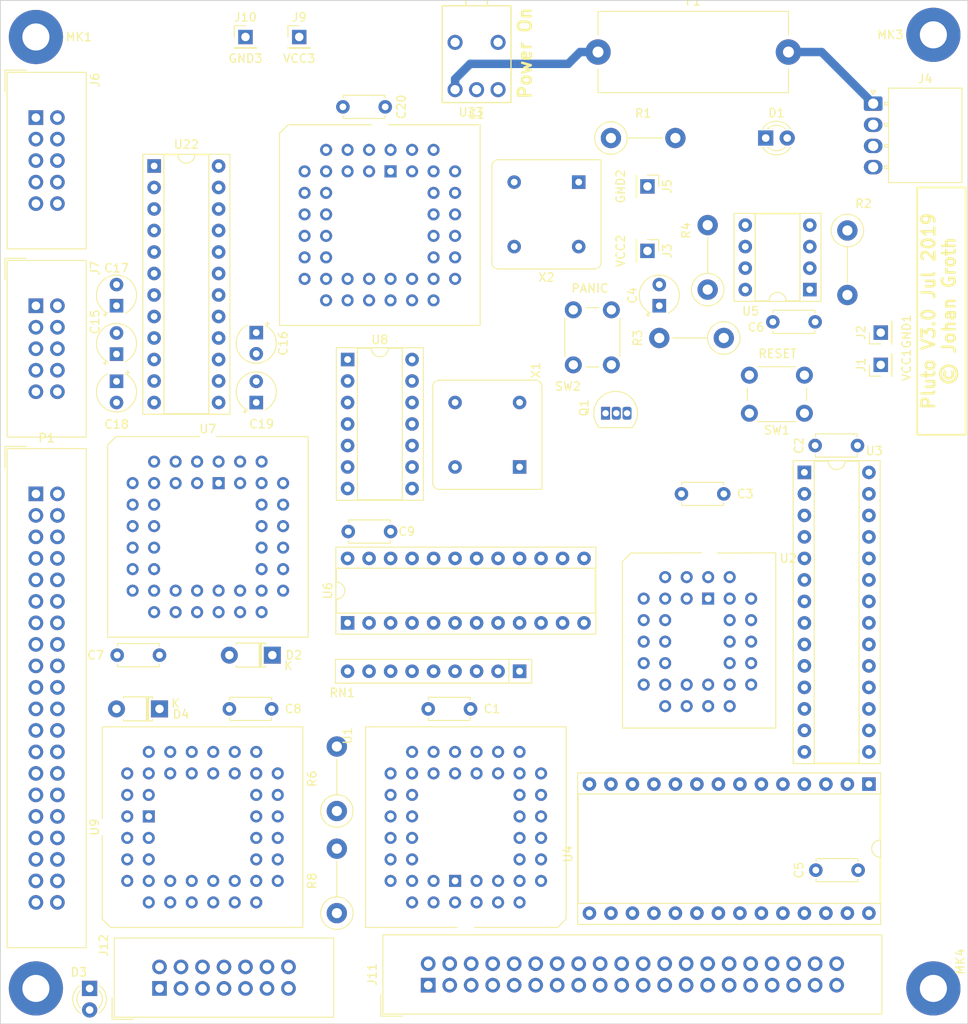
<source format=kicad_pcb>
(kicad_pcb (version 20171130) (host pcbnew 5.1.3-ffb9f22~84~ubuntu18.04.1)
  (layers (0 F.Cu mixed hide) (1 GND.Cu power hide) (2 VCC.Cu power) (31 B.Cu mixed hide) (34 B.Paste user) (35 F.Paste user) (36 B.SilkS user) (37 F.SilkS user) (38 B.Mask user) (39 F.Mask user) (44 Edge.Cuts user))
  (net 0 "")
  (net 1 GND)
  (net 2 VCC)
  (net 3 "Net-(C15-Pad1)")
  (net 4 "Net-(C16-Pad2)")
  (net 5 "Net-(C18-Pad1)")
  (net 6 "Net-(C18-Pad2)")
  (net 7 "Net-(C19-Pad1)")
  (net 8 "Net-(C19-Pad2)")
  (net 9 "Net-(D1-Pad1)")
  (net 10 "/16bit IDE interface/~IRQ")
  (net 11 "Net-(D3-Pad2)")
  (net 12 "Net-(J6-Pad2)")
  (net 13 "Net-(J6-Pad3)")
  (net 14 "Net-(J6-Pad7)")
  (net 15 "Net-(J6-Pad8)")
  (net 16 "Net-(J7-Pad2)")
  (net 17 "Net-(J7-Pad3)")
  (net 18 "Net-(J7-Pad7)")
  (net 19 "Net-(J7-Pad8)")
  (net 20 "/16bit IDE interface/~RES")
  (net 21 "/16bit IDE interface/IDE-D7")
  (net 22 "/16bit IDE interface/IDE-D8")
  (net 23 "/16bit IDE interface/IDE-D6")
  (net 24 "/16bit IDE interface/IDE-D9")
  (net 25 "/16bit IDE interface/IDE-D5")
  (net 26 "/16bit IDE interface/IDE-D10")
  (net 27 "/16bit IDE interface/IDE-D4")
  (net 28 "/16bit IDE interface/IDE-D11")
  (net 29 "/16bit IDE interface/IDE-D3")
  (net 30 "/16bit IDE interface/IDE-D12")
  (net 31 "/16bit IDE interface/IDE-D2")
  (net 32 "/16bit IDE interface/IDE-D13")
  (net 33 "/16bit IDE interface/IDE-D1")
  (net 34 "/16bit IDE interface/IDE-D14")
  (net 35 "/16bit IDE interface/IDE-D0")
  (net 36 "/16bit IDE interface/IDE-D15")
  (net 37 "/16bit IDE interface/A1")
  (net 38 "/16bit IDE interface/A0")
  (net 39 "/16bit IDE interface/A2")
  (net 40 "/Address decoding and support section/~SO")
  (net 41 "/Address decoding and support section/~KS")
  (net 42 "/Address decoding and support section/RDY")
  (net 43 "/Address decoding and support section/~PWR")
  (net 44 "/Address decoding and support section/BE")
  (net 45 "/Address decoding and support section/~NMI")
  (net 46 "Net-(U1-Pad39)")
  (net 47 "/Address decoding and support section/A5")
  (net 48 "/CPU, ROM and RAM/A4")
  (net 49 "/Address decoding and support section/A6")
  (net 50 "/Address decoding and support section/A8")
  (net 51 "/Address decoding and support section/A10")
  (net 52 "/Address decoding and support section/A12")
  (net 53 "/Address decoding and support section/A14")
  (net 54 "/16bit IDE interface/D7")
  (net 55 "/Address decoding and support section/A7")
  (net 56 "/Address decoding and support section/A9")
  (net 57 "/Address decoding and support section/A11")
  (net 58 "/Address decoding and support section/A13")
  (net 59 "/Address decoding and support section/A15")
  (net 60 "/16bit IDE interface/D6")
  (net 61 "/16bit IDE interface/D4")
  (net 62 "/16bit IDE interface/D2")
  (net 63 "/16bit IDE interface/D0")
  (net 64 "/16bit IDE interface/D5")
  (net 65 "/16bit IDE interface/D3")
  (net 66 "/16bit IDE interface/D1")
  (net 67 "/Address decoding and support section/~ROMSEL")
  (net 68 "/Address decoding and support section/~RAMSEL")
  (net 69 "/Address decoding and support section/RES")
  (net 70 "Net-(U8-Pad12)")
  (net 71 "Net-(U8-Pad11)")
  (net 72 "Net-(U22-Pad4)")
  (net 73 "Net-(U22-Pad5)")
  (net 74 "/DUART and RS232/CTSb")
  (net 75 "Net-(U22-Pad6)")
  (net 76 "Net-(U22-Pad18)")
  (net 77 "/DUART and RS232/RTSa")
  (net 78 "/DUART and RS232/RTSb")
  (net 79 "/DUART and RS232/CTSa")
  (net 80 "Net-(U23-Pad40)")
  (net 81 "Net-(U23-Pad36)")
  (net 82 "/Address decoding and support section/~MRD")
  (net 83 "/Address decoding and support section/~MWR")
  (net 84 "Net-(J4-Pad4)")
  (net 85 "Net-(J6-Pad1)")
  (net 86 "Net-(J6-Pad4)")
  (net 87 "Net-(J6-Pad6)")
  (net 88 "Net-(J6-Pad9)")
  (net 89 "Net-(J6-Pad10)")
  (net 90 "Net-(J7-Pad1)")
  (net 91 "Net-(J7-Pad4)")
  (net 92 "Net-(J7-Pad6)")
  (net 93 "Net-(J7-Pad9)")
  (net 94 "Net-(J7-Pad10)")
  (net 95 "Net-(P1-Pad20)")
  (net 96 "/16bit IDE interface/DMARQ")
  (net 97 "/16bit IDE interface/IORDY")
  (net 98 "Net-(P1-Pad28)")
  (net 99 "Net-(P1-Pad34)")
  (net 100 "Net-(U1-Pad43)")
  (net 101 "Net-(U1-Pad2)")
  (net 102 "Net-(U1-Pad4)")
  (net 103 "Net-(U1-Pad6)")
  (net 104 "Net-(U1-Pad8)")
  (net 105 "Net-(U1-Pad12)")
  (net 106 "Net-(U4-Pad23)")
  (net 107 "Net-(U8-Pad5)")
  (net 108 "Net-(U8-Pad6)")
  (net 109 "Net-(U23-Pad1)")
  (net 110 "Net-(U23-Pad3)")
  (net 111 "Net-(U23-Pad43)")
  (net 112 "Net-(U23-Pad41)")
  (net 113 "Net-(U23-Pad42)")
  (net 114 "Net-(U23-Pad16)")
  (net 115 "Net-(U23-Pad15)")
  (net 116 "Net-(U23-Pad17)")
  (net 117 "Net-(U23-Pad23)")
  (net 118 "Net-(U23-Pad30)")
  (net 119 "Net-(U23-Pad34)")
  (net 120 "Net-(U23-Pad29)")
  (net 121 "Net-(U23-Pad31)")
  (net 122 "Net-(U23-Pad37)")
  (net 123 "Net-(X1-Pad1)")
  (net 124 "Net-(X2-Pad1)")
  (net 125 "Net-(F1-Pad1)")
  (net 126 "/Power and mounting holes/PWR_IN")
  (net 127 "Net-(C4-Pad1)")
  (net 128 "Net-(C6-Pad1)")
  (net 129 "Net-(J11-Pad30)")
  (net 130 "Net-(J11-Pad32)")
  (net 131 "Net-(R3-Pad1)")
  (net 132 "Net-(S1-Pad3)")
  (net 133 "Net-(D2-Pad1)")
  (net 134 "/16bit IDE interface/~IDE-DASP")
  (net 135 "Net-(D4-Pad1)")
  (net 136 "/16bit IDE interface/A3")
  (net 137 "/16bit IDE interface/R-~W")
  (net 138 "/Address decoding and support section/~IO")
  (net 139 "Net-(J11-Pad36)")
  (net 140 "/16bit IDE interface/CLK")
  (net 141 "Net-(J12-Pad3)")
  (net 142 "Net-(J12-Pad4)")
  (net 143 "Net-(J12-Pad5)")
  (net 144 "Net-(J12-Pad6)")
  (net 145 "Net-(J12-Pad7)")
  (net 146 "Net-(J12-Pad8)")
  (net 147 "Net-(J12-Pad9)")
  (net 148 "Net-(J12-Pad10)")
  (net 149 "Net-(J12-Pad11)")
  (net 150 "Net-(J12-Pad12)")
  (net 151 "/16bit IDE interface/~IDE-RES")
  (net 152 "/16bit IDE interface/~DIOW")
  (net 153 "/16bit IDE interface/~DIOR")
  (net 154 "/16bit IDE interface/~IDE-DMACK")
  (net 155 "/16bit IDE interface/IDE-A1")
  (net 156 "/16bit IDE interface/IDE-A0")
  (net 157 "/16bit IDE interface/IDE-A2")
  (net 158 "/16bit IDE interface/~IDE-CS0")
  (net 159 "/16bit IDE interface/~IDE-CS1")
  (net 160 "Net-(R2-Pad2)")
  (net 161 "/Address decoding and support section/~RTC")
  (net 162 "/16bit IDE interface/~VIA2SEL")
  (net 163 "/Address decoding and support section/~DUART")
  (net 164 "/16bit IDE interface/~VIA1SEL")
  (net 165 "Net-(U7-Pad33)")
  (net 166 "Net-(U7-Pad38)")
  (net 167 "Net-(U7-Pad22)")
  (net 168 "Net-(U7-Pad20)")
  (net 169 "Net-(U7-Pad19)")
  (net 170 "Net-(U7-Pad11)")
  (net 171 "Net-(U7-Pad44)")
  (net 172 "Net-(U7-Pad43)")
  (net 173 "Net-(U9-Pad43)")
  (net 174 "Net-(U9-Pad44)")
  (net 175 "Net-(U9-Pad11)")
  (net 176 "Net-(U9-Pad22)")
  (net 177 "Net-(U9-Pad38)")
  (net 178 "Net-(U9-Pad33)")
  (net 179 "Net-(U2-Pad1)")
  (net 180 "Net-(U2-Pad12)")
  (net 181 "Net-(U2-Pad17)")
  (net 182 "Net-(U2-Pad26)")
  (module Package_LCC:PLCC-44_THT-Socket (layer F.Cu) (at 71.755 116.205 90)
    (fp_text reference U9 (at -1.27 -6.4 90) (layer F.SilkS))
    (fp_text value WD65C22PLCC44)
    (pad 1 thru_hole rect (at 0 0 90) (size 1.4224 1.4224) (drill 0.8) (layers *.Cu *.Mask) (net 1 GND))
    (pad 3 thru_hole circle (at -2.54 0 90) (size 1.4224 1.4224) (drill 0.8) (layers *.Cu *.Mask) (net 155 "/16bit IDE interface/IDE-A1"))
    (pad 5 thru_hole circle (at -5.08 0 90) (size 1.4224 1.4224) (drill 0.8) (layers *.Cu *.Mask) (net 158 "/16bit IDE interface/~IDE-CS0"))
    (pad 43 thru_hole circle (at 2.54 0 90) (size 1.4224 1.4224) (drill 0.8) (layers *.Cu *.Mask) (net 173 "Net-(U9-Pad43)"))
    (pad 41 thru_hole circle (at 5.08 0 90) (size 1.4224 1.4224) (drill 0.8) (layers *.Cu *.Mask) (net 37 "/16bit IDE interface/A1"))
    (pad 2 thru_hole circle (at -2.54 -2.54 90) (size 1.4224 1.4224) (drill 0.8) (layers *.Cu *.Mask) (net 156 "/16bit IDE interface/IDE-A0"))
    (pad 4 thru_hole circle (at -5.08 -2.54 90) (size 1.4224 1.4224) (drill 0.8) (layers *.Cu *.Mask) (net 157 "/16bit IDE interface/IDE-A2"))
    (pad 6 thru_hole circle (at -7.62 -2.54 90) (size 1.4224 1.4224) (drill 0.8) (layers *.Cu *.Mask) (net 159 "/16bit IDE interface/~IDE-CS1"))
    (pad 44 thru_hole circle (at 0 -2.54 90) (size 1.4224 1.4224) (drill 0.8) (layers *.Cu *.Mask) (net 174 "Net-(U9-Pad44)"))
    (pad 42 thru_hole circle (at 2.54 -2.54 90) (size 1.4224 1.4224) (drill 0.8) (layers *.Cu *.Mask) (net 38 "/16bit IDE interface/A0"))
    (pad 8 thru_hole circle (at -7.62 0 90) (size 1.4224 1.4224) (drill 0.8) (layers *.Cu *.Mask) (net 153 "/16bit IDE interface/~DIOR"))
    (pad 10 thru_hole circle (at -7.62 2.54 90) (size 1.4224 1.4224) (drill 0.8) (layers *.Cu *.Mask) (net 141 "Net-(J12-Pad3)"))
    (pad 12 thru_hole circle (at -7.62 5.08 90) (size 1.4224 1.4224) (drill 0.8) (layers *.Cu *.Mask) (net 142 "Net-(J12-Pad4)"))
    (pad 14 thru_hole circle (at -7.62 7.62 90) (size 1.4224 1.4224) (drill 0.8) (layers *.Cu *.Mask) (net 144 "Net-(J12-Pad6)"))
    (pad 16 thru_hole circle (at -7.62 10.16 90) (size 1.4224 1.4224) (drill 0.8) (layers *.Cu *.Mask) (net 146 "Net-(J12-Pad8)"))
    (pad 7 thru_hole circle (at -10.16 0 90) (size 1.4224 1.4224) (drill 0.8) (layers *.Cu *.Mask) (net 152 "/16bit IDE interface/~DIOW"))
    (pad 9 thru_hole circle (at -10.16 2.54 90) (size 1.4224 1.4224) (drill 0.8) (layers *.Cu *.Mask) (net 151 "/16bit IDE interface/~IDE-RES"))
    (pad 11 thru_hole circle (at -10.16 5.08 90) (size 1.4224 1.4224) (drill 0.8) (layers *.Cu *.Mask) (net 175 "Net-(U9-Pad11)"))
    (pad 13 thru_hole circle (at -10.16 7.62 90) (size 1.4224 1.4224) (drill 0.8) (layers *.Cu *.Mask) (net 143 "Net-(J12-Pad5)"))
    (pad 15 thru_hole circle (at -10.16 10.16 90) (size 1.4224 1.4224) (drill 0.8) (layers *.Cu *.Mask) (net 145 "Net-(J12-Pad7)"))
    (pad 17 thru_hole circle (at -10.16 12.7 90) (size 1.4224 1.4224) (drill 0.8) (layers *.Cu *.Mask) (net 147 "Net-(J12-Pad9)"))
    (pad 19 thru_hole circle (at -7.62 12.7 90) (size 1.4224 1.4224) (drill 0.8) (layers *.Cu *.Mask) (net 149 "Net-(J12-Pad11)"))
    (pad 21 thru_hole circle (at -5.08 12.7 90) (size 1.4224 1.4224) (drill 0.8) (layers *.Cu *.Mask) (net 2 VCC))
    (pad 23 thru_hole circle (at -2.54 12.7 90) (size 1.4224 1.4224) (drill 0.8) (layers *.Cu *.Mask) (net 135 "Net-(D4-Pad1)"))
    (pad 25 thru_hole circle (at 0 12.7 90) (size 1.4224 1.4224) (drill 0.8) (layers *.Cu *.Mask) (net 162 "/16bit IDE interface/~VIA2SEL"))
    (pad 27 thru_hole circle (at 2.54 12.7 90) (size 1.4224 1.4224) (drill 0.8) (layers *.Cu *.Mask) (net 140 "/16bit IDE interface/CLK"))
    (pad 29 thru_hole circle (at 7.62 12.7 90) (size 1.4224 1.4224) (drill 0.8) (layers *.Cu *.Mask) (net 60 "/16bit IDE interface/D6"))
    (pad 18 thru_hole circle (at -7.62 15.24 90) (size 1.4224 1.4224) (drill 0.8) (layers *.Cu *.Mask) (net 148 "Net-(J12-Pad10)"))
    (pad 20 thru_hole circle (at -5.08 15.24 90) (size 1.4224 1.4224) (drill 0.8) (layers *.Cu *.Mask) (net 150 "Net-(J12-Pad12)"))
    (pad 22 thru_hole circle (at -2.54 15.24 90) (size 1.4224 1.4224) (drill 0.8) (layers *.Cu *.Mask) (net 176 "Net-(U9-Pad22)"))
    (pad 24 thru_hole circle (at 0 15.24 90) (size 1.4224 1.4224) (drill 0.8) (layers *.Cu *.Mask) (net 137 "/16bit IDE interface/R-~W"))
    (pad 26 thru_hole circle (at 2.54 15.24 90) (size 1.4224 1.4224) (drill 0.8) (layers *.Cu *.Mask) (net 2 VCC))
    (pad 28 thru_hole circle (at 5.08 15.24 90) (size 1.4224 1.4224) (drill 0.8) (layers *.Cu *.Mask) (net 54 "/16bit IDE interface/D7"))
    (pad 30 thru_hole circle (at 5.08 12.7 90) (size 1.4224 1.4224) (drill 0.8) (layers *.Cu *.Mask) (net 64 "/16bit IDE interface/D5"))
    (pad 32 thru_hole circle (at 5.08 10.16 90) (size 1.4224 1.4224) (drill 0.8) (layers *.Cu *.Mask) (net 65 "/16bit IDE interface/D3"))
    (pad 34 thru_hole circle (at 5.08 7.62 90) (size 1.4224 1.4224) (drill 0.8) (layers *.Cu *.Mask) (net 62 "/16bit IDE interface/D2"))
    (pad 36 thru_hole circle (at 5.08 5.08 90) (size 1.4224 1.4224) (drill 0.8) (layers *.Cu *.Mask) (net 63 "/16bit IDE interface/D0"))
    (pad 38 thru_hole circle (at 5.08 2.54 90) (size 1.4224 1.4224) (drill 0.8) (layers *.Cu *.Mask) (net 177 "Net-(U9-Pad38)"))
    (pad 40 thru_hole circle (at 5.08 -2.54 90) (size 1.4224 1.4224) (drill 0.8) (layers *.Cu *.Mask) (net 39 "/16bit IDE interface/A2"))
    (pad 31 thru_hole circle (at 7.62 10.16 90) (size 1.4224 1.4224) (drill 0.8) (layers *.Cu *.Mask) (net 61 "/16bit IDE interface/D4"))
    (pad 33 thru_hole circle (at 7.62 7.62 90) (size 1.4224 1.4224) (drill 0.8) (layers *.Cu *.Mask) (net 178 "Net-(U9-Pad33)"))
    (pad 35 thru_hole circle (at 7.62 5.08 90) (size 1.4224 1.4224) (drill 0.8) (layers *.Cu *.Mask) (net 66 "/16bit IDE interface/D1"))
    (pad 37 thru_hole circle (at 7.62 2.54 90) (size 1.4224 1.4224) (drill 0.8) (layers *.Cu *.Mask) (net 20 "/16bit IDE interface/~RES"))
    (pad 39 thru_hole circle (at 7.62 0 90) (size 1.4224 1.4224) (drill 0.8) (layers *.Cu *.Mask) (net 136 "/16bit IDE interface/A3"))
  )
  (module Package_LCC:PLCC-44_THT-Socket (layer F.Cu) (at 80.01 76.835)
    (fp_text reference U7 (at -1.27 -6.4) (layer F.SilkS))
    (fp_text value WD65C22PLCC44)
    (pad 39 thru_hole circle (at 7.62 0) (size 1.4224 1.4224) (drill 0.8) (layers *.Cu *.Mask) (net 136 "/16bit IDE interface/A3"))
    (pad 37 thru_hole circle (at 7.62 2.54) (size 1.4224 1.4224) (drill 0.8) (layers *.Cu *.Mask) (net 20 "/16bit IDE interface/~RES"))
    (pad 35 thru_hole circle (at 7.62 5.08) (size 1.4224 1.4224) (drill 0.8) (layers *.Cu *.Mask) (net 66 "/16bit IDE interface/D1"))
    (pad 33 thru_hole circle (at 7.62 7.62) (size 1.4224 1.4224) (drill 0.8) (layers *.Cu *.Mask) (net 165 "Net-(U7-Pad33)"))
    (pad 31 thru_hole circle (at 7.62 10.16) (size 1.4224 1.4224) (drill 0.8) (layers *.Cu *.Mask) (net 61 "/16bit IDE interface/D4"))
    (pad 40 thru_hole circle (at 5.08 -2.54) (size 1.4224 1.4224) (drill 0.8) (layers *.Cu *.Mask) (net 39 "/16bit IDE interface/A2"))
    (pad 38 thru_hole circle (at 5.08 2.54) (size 1.4224 1.4224) (drill 0.8) (layers *.Cu *.Mask) (net 166 "Net-(U7-Pad38)"))
    (pad 36 thru_hole circle (at 5.08 5.08) (size 1.4224 1.4224) (drill 0.8) (layers *.Cu *.Mask) (net 63 "/16bit IDE interface/D0"))
    (pad 34 thru_hole circle (at 5.08 7.62) (size 1.4224 1.4224) (drill 0.8) (layers *.Cu *.Mask) (net 62 "/16bit IDE interface/D2"))
    (pad 32 thru_hole circle (at 5.08 10.16) (size 1.4224 1.4224) (drill 0.8) (layers *.Cu *.Mask) (net 65 "/16bit IDE interface/D3"))
    (pad 30 thru_hole circle (at 5.08 12.7) (size 1.4224 1.4224) (drill 0.8) (layers *.Cu *.Mask) (net 64 "/16bit IDE interface/D5"))
    (pad 28 thru_hole circle (at 5.08 15.24) (size 1.4224 1.4224) (drill 0.8) (layers *.Cu *.Mask) (net 54 "/16bit IDE interface/D7"))
    (pad 26 thru_hole circle (at 2.54 15.24) (size 1.4224 1.4224) (drill 0.8) (layers *.Cu *.Mask) (net 2 VCC))
    (pad 24 thru_hole circle (at 0 15.24) (size 1.4224 1.4224) (drill 0.8) (layers *.Cu *.Mask) (net 137 "/16bit IDE interface/R-~W"))
    (pad 22 thru_hole circle (at -2.54 15.24) (size 1.4224 1.4224) (drill 0.8) (layers *.Cu *.Mask) (net 167 "Net-(U7-Pad22)"))
    (pad 20 thru_hole circle (at -5.08 15.24) (size 1.4224 1.4224) (drill 0.8) (layers *.Cu *.Mask) (net 168 "Net-(U7-Pad20)"))
    (pad 18 thru_hole circle (at -7.62 15.24) (size 1.4224 1.4224) (drill 0.8) (layers *.Cu *.Mask) (net 36 "/16bit IDE interface/IDE-D15"))
    (pad 29 thru_hole circle (at 7.62 12.7) (size 1.4224 1.4224) (drill 0.8) (layers *.Cu *.Mask) (net 60 "/16bit IDE interface/D6"))
    (pad 27 thru_hole circle (at 2.54 12.7) (size 1.4224 1.4224) (drill 0.8) (layers *.Cu *.Mask) (net 140 "/16bit IDE interface/CLK"))
    (pad 25 thru_hole circle (at 0 12.7) (size 1.4224 1.4224) (drill 0.8) (layers *.Cu *.Mask) (net 164 "/16bit IDE interface/~VIA1SEL"))
    (pad 23 thru_hole circle (at -2.54 12.7) (size 1.4224 1.4224) (drill 0.8) (layers *.Cu *.Mask) (net 133 "Net-(D2-Pad1)"))
    (pad 21 thru_hole circle (at -5.08 12.7) (size 1.4224 1.4224) (drill 0.8) (layers *.Cu *.Mask) (net 2 VCC))
    (pad 19 thru_hole circle (at -7.62 12.7) (size 1.4224 1.4224) (drill 0.8) (layers *.Cu *.Mask) (net 169 "Net-(U7-Pad19)"))
    (pad 17 thru_hole circle (at -10.16 12.7) (size 1.4224 1.4224) (drill 0.8) (layers *.Cu *.Mask) (net 34 "/16bit IDE interface/IDE-D14"))
    (pad 15 thru_hole circle (at -10.16 10.16) (size 1.4224 1.4224) (drill 0.8) (layers *.Cu *.Mask) (net 30 "/16bit IDE interface/IDE-D12"))
    (pad 13 thru_hole circle (at -10.16 7.62) (size 1.4224 1.4224) (drill 0.8) (layers *.Cu *.Mask) (net 26 "/16bit IDE interface/IDE-D10"))
    (pad 11 thru_hole circle (at -10.16 5.08) (size 1.4224 1.4224) (drill 0.8) (layers *.Cu *.Mask) (net 170 "Net-(U7-Pad11)"))
    (pad 9 thru_hole circle (at -10.16 2.54) (size 1.4224 1.4224) (drill 0.8) (layers *.Cu *.Mask) (net 21 "/16bit IDE interface/IDE-D7"))
    (pad 7 thru_hole circle (at -10.16 0) (size 1.4224 1.4224) (drill 0.8) (layers *.Cu *.Mask) (net 25 "/16bit IDE interface/IDE-D5"))
    (pad 16 thru_hole circle (at -7.62 10.16) (size 1.4224 1.4224) (drill 0.8) (layers *.Cu *.Mask) (net 32 "/16bit IDE interface/IDE-D13"))
    (pad 14 thru_hole circle (at -7.62 7.62) (size 1.4224 1.4224) (drill 0.8) (layers *.Cu *.Mask) (net 28 "/16bit IDE interface/IDE-D11"))
    (pad 12 thru_hole circle (at -7.62 5.08) (size 1.4224 1.4224) (drill 0.8) (layers *.Cu *.Mask) (net 24 "/16bit IDE interface/IDE-D9"))
    (pad 10 thru_hole circle (at -7.62 2.54) (size 1.4224 1.4224) (drill 0.8) (layers *.Cu *.Mask) (net 22 "/16bit IDE interface/IDE-D8"))
    (pad 8 thru_hole circle (at -7.62 0) (size 1.4224 1.4224) (drill 0.8) (layers *.Cu *.Mask) (net 23 "/16bit IDE interface/IDE-D6"))
    (pad 42 thru_hole circle (at 2.54 -2.54) (size 1.4224 1.4224) (drill 0.8) (layers *.Cu *.Mask) (net 38 "/16bit IDE interface/A0"))
    (pad 44 thru_hole circle (at 0 -2.54) (size 1.4224 1.4224) (drill 0.8) (layers *.Cu *.Mask) (net 171 "Net-(U7-Pad44)"))
    (pad 6 thru_hole circle (at -7.62 -2.54) (size 1.4224 1.4224) (drill 0.8) (layers *.Cu *.Mask) (net 27 "/16bit IDE interface/IDE-D4"))
    (pad 4 thru_hole circle (at -5.08 -2.54) (size 1.4224 1.4224) (drill 0.8) (layers *.Cu *.Mask) (net 31 "/16bit IDE interface/IDE-D2"))
    (pad 2 thru_hole circle (at -2.54 -2.54) (size 1.4224 1.4224) (drill 0.8) (layers *.Cu *.Mask) (net 35 "/16bit IDE interface/IDE-D0"))
    (pad 41 thru_hole circle (at 5.08 0) (size 1.4224 1.4224) (drill 0.8) (layers *.Cu *.Mask) (net 37 "/16bit IDE interface/A1"))
    (pad 43 thru_hole circle (at 2.54 0) (size 1.4224 1.4224) (drill 0.8) (layers *.Cu *.Mask) (net 172 "Net-(U7-Pad43)"))
    (pad 5 thru_hole circle (at -5.08 0) (size 1.4224 1.4224) (drill 0.8) (layers *.Cu *.Mask) (net 29 "/16bit IDE interface/IDE-D3"))
    (pad 3 thru_hole circle (at -2.54 0) (size 1.4224 1.4224) (drill 0.8) (layers *.Cu *.Mask) (net 33 "/16bit IDE interface/IDE-D1"))
    (pad 1 thru_hole rect (at 0 0) (size 1.4224 1.4224) (drill 0.8) (layers *.Cu *.Mask) (net 1 GND))
  )
  (module LEDs:LED_D3.0mm (layer F.Cu) (at 64.77 136.525 270)
    (fp_text reference D3 (at -1.905 1.27 180) (layer F.SilkS))
    (fp_text value LED)
    (pad 1 thru_hole rect (at 0 0 270) (size 1.8 1.8) (drill 0.9) (layers *.Cu *.Mask) (net 134 "/16bit IDE interface/~IDE-DASP"))
    (pad 2 thru_hole circle (at 2.54 0 270) (size 1.8 1.8) (drill 0.9) (layers *.Cu *.Mask) (net 11 "Net-(D3-Pad2)"))
  )
  (module LEDs:LED_D3.0mm (layer F.Cu) (at 144.653 36.068)
    (fp_text reference D1 (at 1.27 -2.96) (layer F.SilkS))
    (fp_text value LED)
    (pad 1 thru_hole rect (at 0 0) (size 1.8 1.8) (drill 0.9) (layers *.Cu *.Mask) (net 9 "Net-(D1-Pad1)"))
    (pad 2 thru_hole circle (at 2.54 0) (size 1.8 1.8) (drill 0.9) (layers *.Cu *.Mask) (net 2 VCC))
  )
  (module Switches_THT:SW-SPDT-0900766b81587629 (layer F.Cu) (at 110.49 27.305)
    (fp_text reference S1 (at 0 5.969) (layer F.SilkS))
    (fp_text value SPDT)
    (pad "" thru_hole circle (at 2.54 -2.54) (size 1.778 1.778) (drill 1.0922) (layers *.Cu *.Mask))
    (pad "" thru_hole circle (at -2.54 -2.54) (size 1.778 1.778) (drill 1.0922) (layers *.Cu *.Mask))
    (pad 3 thru_hole circle (at 2.54 3.048) (size 1.778 1.778) (drill 1.0922) (layers *.Cu *.Mask) (net 132 "Net-(S1-Pad3)"))
    (pad 2 thru_hole circle (at 0 3.048) (size 1.778 1.778) (drill 1.0922) (layers *.Cu *.Mask) (net 2 VCC))
    (pad 1 thru_hole circle (at -2.54 3.048) (size 1.778 1.778) (drill 1.0922) (layers *.Cu *.Mask) (net 125 "Net-(F1-Pad1)"))
  )
  (module Capacitor_THT:C_Disc_D4.7mm_W2.5mm_P5.00mm (layer F.Cu) (at 109.775 103.505 180)
    (fp_text reference C1 (at -2.54 0 180) (layer F.SilkS))
    (fp_text value 0.1uF)
    (pad 2 thru_hole circle (at 5 0 180) (size 1.6 1.6) (drill 0.8) (layers *.Cu *.Mask) (net 2 VCC))
    (pad 1 thru_hole circle (at 0 0 180) (size 1.6 1.6) (drill 0.8) (layers *.Cu *.Mask) (net 1 GND))
  )
  (module Capacitor_THT:C_Disc_D4.7mm_W2.5mm_P5.00mm (layer F.Cu) (at 150.495 72.39)
    (fp_text reference C2 (at -1.905 0 90) (layer F.SilkS))
    (fp_text value 0.1uF)
    (pad 1 thru_hole circle (at 0 0) (size 1.6 1.6) (drill 0.8) (layers *.Cu *.Mask) (net 1 GND))
    (pad 2 thru_hole circle (at 5 0) (size 1.6 1.6) (drill 0.8) (layers *.Cu *.Mask) (net 2 VCC))
  )
  (module Capacitor_THT:C_Disc_D4.7mm_W2.5mm_P5.00mm (layer F.Cu) (at 139.7 78.105 180)
    (fp_text reference C3 (at -2.54 0 180) (layer F.SilkS))
    (fp_text value 0.1uF)
    (pad 2 thru_hole circle (at 5 0 180) (size 1.6 1.6) (drill 0.8) (layers *.Cu *.Mask) (net 2 VCC))
    (pad 1 thru_hole circle (at 0 0 180) (size 1.6 1.6) (drill 0.8) (layers *.Cu *.Mask) (net 1 GND))
  )
  (module Capacitor_THT:CP_Radial_Tantal_D4.5mm_P2.50mm (layer F.Cu) (at 132.08 55.88 90)
    (fp_text reference C4 (at 1.23 -3.175 90) (layer F.SilkS))
    (fp_text value 15uF)
    (pad 1 thru_hole rect (at 0 0 90) (size 1.6 1.6) (drill 0.8) (layers *.Cu *.Mask) (net 127 "Net-(C4-Pad1)"))
    (pad 2 thru_hole circle (at 2.5 0 90) (size 1.6 1.6) (drill 0.8) (layers *.Cu *.Mask) (net 1 GND))
  )
  (module Capacitor_THT:C_Disc_D4.7mm_W2.5mm_P5.00mm (layer F.Cu) (at 155.575 122.555 180)
    (fp_text reference C5 (at 6.985 0 270) (layer F.SilkS))
    (fp_text value 0.1uF)
    (pad 1 thru_hole circle (at 0 0 180) (size 1.6 1.6) (drill 0.8) (layers *.Cu *.Mask) (net 2 VCC))
    (pad 2 thru_hole circle (at 5 0 180) (size 1.6 1.6) (drill 0.8) (layers *.Cu *.Mask) (net 1 GND))
  )
  (module Capacitor_THT:C_Disc_D4.7mm_W2.5mm_P5.00mm (layer F.Cu) (at 150.495 57.785 180)
    (fp_text reference C6 (at 6.985 -0.635) (layer F.SilkS))
    (fp_text value 0.1uF)
    (pad 2 thru_hole circle (at 5 0 180) (size 1.6 1.6) (drill 0.8) (layers *.Cu *.Mask) (net 1 GND))
    (pad 1 thru_hole circle (at 0 0 180) (size 1.6 1.6) (drill 0.8) (layers *.Cu *.Mask) (net 128 "Net-(C6-Pad1)"))
  )
  (module Capacitor_THT:C_Disc_D4.7mm_W2.5mm_P5.00mm (layer F.Cu) (at 68.025 97.155)
    (fp_text reference C7 (at -2.54 0) (layer F.SilkS))
    (fp_text value 0.1uF)
    (pad 1 thru_hole circle (at 0 0) (size 1.6 1.6) (drill 0.8) (layers *.Cu *.Mask) (net 1 GND))
    (pad 2 thru_hole circle (at 5 0) (size 1.6 1.6) (drill 0.8) (layers *.Cu *.Mask) (net 2 VCC))
  )
  (module Capacitor_THT:C_Disc_D4.7mm_W2.5mm_P5.00mm (layer F.Cu) (at 86.28 103.505 180)
    (fp_text reference C8 (at -2.54 0) (layer F.SilkS))
    (fp_text value 0.1uF)
    (pad 2 thru_hole circle (at 5 0 180) (size 1.6 1.6) (drill 0.8) (layers *.Cu *.Mask) (net 2 VCC))
    (pad 1 thru_hole circle (at 0 0 180) (size 1.6 1.6) (drill 0.8) (layers *.Cu *.Mask) (net 1 GND))
  )
  (module Capacitor_THT:C_Disc_D4.7mm_W2.5mm_P5.00mm (layer F.Cu) (at 100.33 82.55 180)
    (fp_text reference C9 (at -1.905 0) (layer F.SilkS))
    (fp_text value 0.1uF)
    (pad 1 thru_hole circle (at 0 0 180) (size 1.6 1.6) (drill 0.8) (layers *.Cu *.Mask) (net 1 GND))
    (pad 2 thru_hole circle (at 5 0 180) (size 1.6 1.6) (drill 0.8) (layers *.Cu *.Mask) (net 2 VCC))
  )
  (module Capacitor_THT:CP_Radial_Tantal_D4.5mm_P2.50mm (layer F.Cu) (at 67.945 61.595 90)
    (fp_text reference C15 (at 3.81 -2.54 90) (layer F.SilkS))
    (fp_text value 1.0uF)
    (pad 2 thru_hole circle (at 2.5 0 90) (size 1.6 1.6) (drill 0.8) (layers *.Cu *.Mask) (net 2 VCC))
    (pad 1 thru_hole rect (at 0 0 90) (size 1.6 1.6) (drill 0.8) (layers *.Cu *.Mask) (net 3 "Net-(C15-Pad1)"))
  )
  (module Capacitor_THT:CP_Radial_Tantal_D4.5mm_P2.50mm (layer F.Cu) (at 84.455 59.055 270)
    (fp_text reference C16 (at 1.27 -3.175 90) (layer F.SilkS))
    (fp_text value 1.0uF)
    (pad 1 thru_hole rect (at 0 0 270) (size 1.6 1.6) (drill 0.8) (layers *.Cu *.Mask) (net 1 GND))
    (pad 2 thru_hole circle (at 2.5 0 270) (size 1.6 1.6) (drill 0.8) (layers *.Cu *.Mask) (net 4 "Net-(C16-Pad2)"))
  )
  (module Capacitor_THT:CP_Radial_Tantal_D4.5mm_P2.50mm (layer F.Cu) (at 67.945 55.88 90)
    (fp_text reference C17 (at 4.445 0 180) (layer F.SilkS))
    (fp_text value 1.0uF)
    (pad 2 thru_hole circle (at 2.5 0 90) (size 1.6 1.6) (drill 0.8) (layers *.Cu *.Mask) (net 1 GND))
    (pad 1 thru_hole rect (at 0 0 90) (size 1.6 1.6) (drill 0.8) (layers *.Cu *.Mask) (net 2 VCC))
  )
  (module Capacitor_THT:CP_Radial_Tantal_D4.5mm_P2.50mm (layer F.Cu) (at 67.945 64.81 270)
    (fp_text reference C18 (at 5.08 0) (layer F.SilkS))
    (fp_text value 1.0uF)
    (pad 2 thru_hole circle (at 2.5 0 270) (size 1.6 1.6) (drill 0.8) (layers *.Cu *.Mask) (net 6 "Net-(C18-Pad2)"))
    (pad 1 thru_hole rect (at 0 0 270) (size 1.6 1.6) (drill 0.8) (layers *.Cu *.Mask) (net 5 "Net-(C18-Pad1)"))
  )
  (module Capacitor_THT:CP_Radial_Tantal_D4.5mm_P2.50mm (layer F.Cu) (at 84.455 67.31 90)
    (fp_text reference C19 (at -2.54 0.635 180) (layer F.SilkS))
    (fp_text value 1.0uF)
    (pad 1 thru_hole rect (at 0 0 90) (size 1.6 1.6) (drill 0.8) (layers *.Cu *.Mask) (net 7 "Net-(C19-Pad1)"))
    (pad 2 thru_hole circle (at 2.5 0 90) (size 1.6 1.6) (drill 0.8) (layers *.Cu *.Mask) (net 8 "Net-(C19-Pad2)"))
  )
  (module Capacitor_THT:C_Disc_D4.7mm_W2.5mm_P5.00mm (layer F.Cu) (at 99.695 32.385 180)
    (fp_text reference C20 (at -1.905 0 90) (layer F.SilkS))
    (fp_text value 0.1uF)
    (pad 1 thru_hole circle (at 0 0 180) (size 1.6 1.6) (drill 0.8) (layers *.Cu *.Mask) (net 2 VCC))
    (pad 2 thru_hole circle (at 5 0 180) (size 1.6 1.6) (drill 0.8) (layers *.Cu *.Mask) (net 1 GND))
  )
  (module Diode_THT:D_T-1_P5.08mm_Horizontal (layer F.Cu) (at 86.36 97.155 180)
    (fp_text reference D2 (at -2.54 0) (layer F.SilkS))
    (fp_text value DIRQ1)
    (fp_text user K (at -1.905 -1.27) (layer F.SilkS))
    (pad 1 thru_hole rect (at 0 0 180) (size 2 2) (drill 1) (layers *.Cu *.Mask) (net 133 "Net-(D2-Pad1)"))
    (pad 2 thru_hole oval (at 5.08 0 180) (size 2 2) (drill 1) (layers *.Cu *.Mask) (net 10 "/16bit IDE interface/~IRQ"))
  )
  (module Diode_THT:D_T-1_P5.08mm_Horizontal (layer F.Cu) (at 73.025 103.505 180)
    (fp_text reference D4 (at -2.54 -0.635) (layer F.SilkS))
    (fp_text value DIRQ2)
    (fp_text user K (at -1.905 0.635) (layer F.SilkS))
    (pad 2 thru_hole oval (at 5.08 0 180) (size 2 2) (drill 1) (layers *.Cu *.Mask) (net 10 "/16bit IDE interface/~IRQ"))
    (pad 1 thru_hole rect (at 0 0 180) (size 2 2) (drill 1) (layers *.Cu *.Mask) (net 135 "Net-(D4-Pad1)"))
  )
  (module Fuse:Fuseholder_Cylinder-5x20mm_Schurter_0031_8201_Horizontal_Open (layer F.Cu) (at 124.841 25.908)
    (fp_text reference F1 (at 11.25 -6) (layer F.SilkS))
    (fp_text value 1Amp)
    (pad 1 thru_hole circle (at 0 0) (size 3 3) (drill 1.3) (layers *.Cu *.Mask) (net 125 "Net-(F1-Pad1)"))
    (pad 2 thru_hole circle (at 22.5 0) (size 3 3) (drill 1.3) (layers *.Cu *.Mask) (net 126 "/Power and mounting holes/PWR_IN"))
    (pad "" np_thru_hole circle (at 11.25 0) (size 2.7 2.7) (drill 2.7) (layers *.Cu *.Mask))
  )
  (module Connector_Molex:Molex_Nano-Fit_105313-xx04_1x04_P2.50mm_Horizontal (layer F.Cu) (at 157.353 32.004)
    (fp_text reference J4 (at 6.15 -2.92) (layer F.SilkS))
    (fp_text value POWER)
    (pad 1 thru_hole roundrect (at 0 0) (size 2.2 1.7) (drill 1.2) (layers *.Cu *.Mask) (roundrect_rratio 0.147059) (net 126 "/Power and mounting holes/PWR_IN"))
    (pad 2 thru_hole oval (at 0 2.5) (size 2.2 1.7) (drill 1.2) (layers *.Cu *.Mask) (net 1 GND))
    (pad 3 thru_hole oval (at 0 5) (size 2.2 1.7) (drill 1.2) (layers *.Cu *.Mask) (net 1 GND))
    (pad 4 thru_hole oval (at 0 7.5) (size 2.2 1.7) (drill 1.2) (layers *.Cu *.Mask) (net 84 "Net-(J4-Pad4)"))
    (pad "" np_thru_hole circle (at 7.18 0) (size 1.7 1.7) (drill 1.7) (layers *.Cu *.Mask))
    (pad "" np_thru_hole circle (at 7.18 7.5) (size 1.7 1.7) (drill 1.7) (layers *.Cu *.Mask))
  )
  (module Connector_IDC:IDC-Header_2x05_P2.54mm_Vertical (layer F.Cu) (at 58.42 33.655)
    (fp_text reference J6 (at 6.985 -4.445 90) (layer F.SilkS))
    (fp_text value RS232a)
    (pad 10 thru_hole oval (at 2.54 10.16) (size 1.7272 1.7272) (drill 1.016) (layers *.Cu *.Mask) (net 89 "Net-(J6-Pad10)"))
    (pad 9 thru_hole oval (at 0 10.16) (size 1.7272 1.7272) (drill 1.016) (layers *.Cu *.Mask) (net 88 "Net-(J6-Pad9)"))
    (pad 8 thru_hole oval (at 2.54 7.62) (size 1.7272 1.7272) (drill 1.016) (layers *.Cu *.Mask) (net 15 "Net-(J6-Pad8)"))
    (pad 7 thru_hole oval (at 0 7.62) (size 1.7272 1.7272) (drill 1.016) (layers *.Cu *.Mask) (net 14 "Net-(J6-Pad7)"))
    (pad 6 thru_hole oval (at 2.54 5.08) (size 1.7272 1.7272) (drill 1.016) (layers *.Cu *.Mask) (net 87 "Net-(J6-Pad6)"))
    (pad 5 thru_hole oval (at 0 5.08) (size 1.7272 1.7272) (drill 1.016) (layers *.Cu *.Mask) (net 1 GND))
    (pad 4 thru_hole oval (at 2.54 2.54) (size 1.7272 1.7272) (drill 1.016) (layers *.Cu *.Mask) (net 86 "Net-(J6-Pad4)"))
    (pad 3 thru_hole oval (at 0 2.54) (size 1.7272 1.7272) (drill 1.016) (layers *.Cu *.Mask) (net 13 "Net-(J6-Pad3)"))
    (pad 2 thru_hole oval (at 2.54 0) (size 1.7272 1.7272) (drill 1.016) (layers *.Cu *.Mask) (net 12 "Net-(J6-Pad2)"))
    (pad 1 thru_hole rect (at 0 0) (size 1.7272 1.7272) (drill 1.016) (layers *.Cu *.Mask) (net 85 "Net-(J6-Pad1)"))
  )
  (module Connector_IDC:IDC-Header_2x05_P2.54mm_Vertical (layer F.Cu) (at 58.42 55.88)
    (fp_text reference J7 (at 6.985 -4.445 90) (layer F.SilkS))
    (fp_text value RS232b)
    (pad 1 thru_hole rect (at 0 0) (size 1.7272 1.7272) (drill 1.016) (layers *.Cu *.Mask) (net 90 "Net-(J7-Pad1)"))
    (pad 2 thru_hole oval (at 2.54 0) (size 1.7272 1.7272) (drill 1.016) (layers *.Cu *.Mask) (net 16 "Net-(J7-Pad2)"))
    (pad 3 thru_hole oval (at 0 2.54) (size 1.7272 1.7272) (drill 1.016) (layers *.Cu *.Mask) (net 17 "Net-(J7-Pad3)"))
    (pad 4 thru_hole oval (at 2.54 2.54) (size 1.7272 1.7272) (drill 1.016) (layers *.Cu *.Mask) (net 91 "Net-(J7-Pad4)"))
    (pad 5 thru_hole oval (at 0 5.08) (size 1.7272 1.7272) (drill 1.016) (layers *.Cu *.Mask) (net 1 GND))
    (pad 6 thru_hole oval (at 2.54 5.08) (size 1.7272 1.7272) (drill 1.016) (layers *.Cu *.Mask) (net 92 "Net-(J7-Pad6)"))
    (pad 7 thru_hole oval (at 0 7.62) (size 1.7272 1.7272) (drill 1.016) (layers *.Cu *.Mask) (net 18 "Net-(J7-Pad7)"))
    (pad 8 thru_hole oval (at 2.54 7.62) (size 1.7272 1.7272) (drill 1.016) (layers *.Cu *.Mask) (net 19 "Net-(J7-Pad8)"))
    (pad 9 thru_hole oval (at 0 10.16) (size 1.7272 1.7272) (drill 1.016) (layers *.Cu *.Mask) (net 93 "Net-(J7-Pad9)"))
    (pad 10 thru_hole oval (at 2.54 10.16) (size 1.7272 1.7272) (drill 1.016) (layers *.Cu *.Mask) (net 94 "Net-(J7-Pad10)"))
  )
  (module Connector_IDC:IDC-Header_2x07_P2.54mm_Vertical (layer F.Cu) (at 73.025 136.525 90)
    (fp_text reference J12 (at 5.08 -6.604 90) (layer F.SilkS))
    (fp_text value VIA2PB)
    (pad 1 thru_hole rect (at 0 0 90) (size 1.7272 1.7272) (drill 1.016) (layers *.Cu *.Mask) (net 1 GND))
    (pad 2 thru_hole oval (at 2.54 0 90) (size 1.7272 1.7272) (drill 1.016) (layers *.Cu *.Mask) (net 1 GND))
    (pad 3 thru_hole oval (at 0 2.54 90) (size 1.7272 1.7272) (drill 1.016) (layers *.Cu *.Mask) (net 141 "Net-(J12-Pad3)"))
    (pad 4 thru_hole oval (at 2.54 2.54 90) (size 1.7272 1.7272) (drill 1.016) (layers *.Cu *.Mask) (net 142 "Net-(J12-Pad4)"))
    (pad 5 thru_hole oval (at 0 5.08 90) (size 1.7272 1.7272) (drill 1.016) (layers *.Cu *.Mask) (net 143 "Net-(J12-Pad5)"))
    (pad 6 thru_hole oval (at 2.54 5.08 90) (size 1.7272 1.7272) (drill 1.016) (layers *.Cu *.Mask) (net 144 "Net-(J12-Pad6)"))
    (pad 7 thru_hole oval (at 0 7.62 90) (size 1.7272 1.7272) (drill 1.016) (layers *.Cu *.Mask) (net 145 "Net-(J12-Pad7)"))
    (pad 8 thru_hole oval (at 2.54 7.62 90) (size 1.7272 1.7272) (drill 1.016) (layers *.Cu *.Mask) (net 146 "Net-(J12-Pad8)"))
    (pad 9 thru_hole oval (at 0 10.16 90) (size 1.7272 1.7272) (drill 1.016) (layers *.Cu *.Mask) (net 147 "Net-(J12-Pad9)"))
    (pad 10 thru_hole oval (at 2.54 10.16 90) (size 1.7272 1.7272) (drill 1.016) (layers *.Cu *.Mask) (net 148 "Net-(J12-Pad10)"))
    (pad 11 thru_hole oval (at 0 12.7 90) (size 1.7272 1.7272) (drill 1.016) (layers *.Cu *.Mask) (net 149 "Net-(J12-Pad11)"))
    (pad 12 thru_hole oval (at 2.54 12.7 90) (size 1.7272 1.7272) (drill 1.016) (layers *.Cu *.Mask) (net 150 "Net-(J12-Pad12)"))
    (pad 13 thru_hole oval (at 0 15.24 90) (size 1.7272 1.7272) (drill 1.016) (layers *.Cu *.Mask) (net 2 VCC))
    (pad 14 thru_hole oval (at 2.54 15.24 90) (size 1.7272 1.7272) (drill 1.016) (layers *.Cu *.Mask) (net 2 VCC))
  )
  (module MountingHole:MountingHole_3.2mm_M3_Pad (layer F.Cu) (at 58.42 24.13)
    (fp_text reference MK1 (at 5.08 0) (layer F.SilkS))
    (fp_text value Mounting_Hole)
    (pad 1 thru_hole circle (at 0 0) (size 6.4 6.4) (drill 3.2) (layers *.Cu *.Mask))
  )
  (module MountingHole:MountingHole_3.2mm_M3_Pad (layer F.Cu) (at 164.465 23.876)
    (fp_text reference MK3 (at -5.08 0) (layer F.SilkS))
    (fp_text value Mounting_Hole)
    (pad 1 thru_hole circle (at 0 0) (size 6.4 6.4) (drill 3.2) (layers *.Cu *.Mask))
  )
  (module MountingHole:MountingHole_3.2mm_M3_Pad (layer F.Cu) (at 164.465 136.525)
    (fp_text reference MK4 (at 3.175 -3.175 90) (layer F.SilkS))
    (fp_text value Mounting_Hole)
    (pad 1 thru_hole circle (at 0 0) (size 6.4 6.4) (drill 3.2) (layers *.Cu *.Mask))
  )
  (module MountingHole:MountingHole_3.2mm_M3_Pad (layer F.Cu) (at 58.42 136.525)
    (fp_text reference MK6)
    (fp_text value Mounting_Hole)
    (pad 1 thru_hole circle (at 0 0) (size 6.4 6.4) (drill 3.2) (layers *.Cu *.Mask))
  )
  (module Connector_IDC:IDC-Header_2x20_P2.54mm_Vertical (layer F.Cu) (at 58.42 78.105)
    (fp_text reference P1 (at 1.27 -6.604) (layer F.SilkS))
    (fp_text value IDE0)
    (pad 1 thru_hole rect (at 0 0) (size 1.7272 1.7272) (drill 1.016) (layers *.Cu *.Mask) (net 151 "/16bit IDE interface/~IDE-RES"))
    (pad 2 thru_hole oval (at 2.54 0) (size 1.7272 1.7272) (drill 1.016) (layers *.Cu *.Mask) (net 1 GND))
    (pad 3 thru_hole oval (at 0 2.54) (size 1.7272 1.7272) (drill 1.016) (layers *.Cu *.Mask) (net 21 "/16bit IDE interface/IDE-D7"))
    (pad 4 thru_hole oval (at 2.54 2.54) (size 1.7272 1.7272) (drill 1.016) (layers *.Cu *.Mask) (net 22 "/16bit IDE interface/IDE-D8"))
    (pad 5 thru_hole oval (at 0 5.08) (size 1.7272 1.7272) (drill 1.016) (layers *.Cu *.Mask) (net 23 "/16bit IDE interface/IDE-D6"))
    (pad 6 thru_hole oval (at 2.54 5.08) (size 1.7272 1.7272) (drill 1.016) (layers *.Cu *.Mask) (net 24 "/16bit IDE interface/IDE-D9"))
    (pad 7 thru_hole oval (at 0 7.62) (size 1.7272 1.7272) (drill 1.016) (layers *.Cu *.Mask) (net 25 "/16bit IDE interface/IDE-D5"))
    (pad 8 thru_hole oval (at 2.54 7.62) (size 1.7272 1.7272) (drill 1.016) (layers *.Cu *.Mask) (net 26 "/16bit IDE interface/IDE-D10"))
    (pad 9 thru_hole oval (at 0 10.16) (size 1.7272 1.7272) (drill 1.016) (layers *.Cu *.Mask) (net 27 "/16bit IDE interface/IDE-D4"))
    (pad 10 thru_hole oval (at 2.54 10.16) (size 1.7272 1.7272) (drill 1.016) (layers *.Cu *.Mask) (net 28 "/16bit IDE interface/IDE-D11"))
    (pad 11 thru_hole oval (at 0 12.7) (size 1.7272 1.7272) (drill 1.016) (layers *.Cu *.Mask) (net 29 "/16bit IDE interface/IDE-D3"))
    (pad 12 thru_hole oval (at 2.54 12.7) (size 1.7272 1.7272) (drill 1.016) (layers *.Cu *.Mask) (net 30 "/16bit IDE interface/IDE-D12"))
    (pad 13 thru_hole oval (at 0 15.24) (size 1.7272 1.7272) (drill 1.016) (layers *.Cu *.Mask) (net 31 "/16bit IDE interface/IDE-D2"))
    (pad 14 thru_hole oval (at 2.54 15.24) (size 1.7272 1.7272) (drill 1.016) (layers *.Cu *.Mask) (net 32 "/16bit IDE interface/IDE-D13"))
    (pad 15 thru_hole oval (at 0 17.78) (size 1.7272 1.7272) (drill 1.016) (layers *.Cu *.Mask) (net 33 "/16bit IDE interface/IDE-D1"))
    (pad 16 thru_hole oval (at 2.54 17.78) (size 1.7272 1.7272) (drill 1.016) (layers *.Cu *.Mask) (net 34 "/16bit IDE interface/IDE-D14"))
    (pad 17 thru_hole oval (at 0 20.32) (size 1.7272 1.7272) (drill 1.016) (layers *.Cu *.Mask) (net 35 "/16bit IDE interface/IDE-D0"))
    (pad 18 thru_hole oval (at 2.54 20.32) (size 1.7272 1.7272) (drill 1.016) (layers *.Cu *.Mask) (net 36 "/16bit IDE interface/IDE-D15"))
    (pad 19 thru_hole oval (at 0 22.86) (size 1.7272 1.7272) (drill 1.016) (layers *.Cu *.Mask) (net 1 GND))
    (pad 20 thru_hole oval (at 2.54 22.86) (size 1.7272 1.7272) (drill 1.016) (layers *.Cu *.Mask) (net 95 "Net-(P1-Pad20)"))
    (pad 21 thru_hole oval (at 0 25.4) (size 1.7272 1.7272) (drill 1.016) (layers *.Cu *.Mask) (net 96 "/16bit IDE interface/DMARQ"))
    (pad 22 thru_hole oval (at 2.54 25.4) (size 1.7272 1.7272) (drill 1.016) (layers *.Cu *.Mask) (net 1 GND))
    (pad 23 thru_hole oval (at 0 27.94) (size 1.7272 1.7272) (drill 1.016) (layers *.Cu *.Mask) (net 152 "/16bit IDE interface/~DIOW"))
    (pad 24 thru_hole oval (at 2.54 27.94) (size 1.7272 1.7272) (drill 1.016) (layers *.Cu *.Mask) (net 1 GND))
    (pad 25 thru_hole oval (at 0 30.48) (size 1.7272 1.7272) (drill 1.016) (layers *.Cu *.Mask) (net 153 "/16bit IDE interface/~DIOR"))
    (pad 26 thru_hole oval (at 2.54 30.48) (size 1.7272 1.7272) (drill 1.016) (layers *.Cu *.Mask) (net 1 GND))
    (pad 27 thru_hole oval (at 0 33.02) (size 1.7272 1.7272) (drill 1.016) (layers *.Cu *.Mask) (net 97 "/16bit IDE interface/IORDY"))
    (pad 28 thru_hole oval (at 2.54 33.02) (size 1.7272 1.7272) (drill 1.016) (layers *.Cu *.Mask) (net 98 "Net-(P1-Pad28)"))
    (pad 29 thru_hole oval (at 0 35.56) (size 1.7272 1.7272) (drill 1.016) (layers *.Cu *.Mask) (net 154 "/16bit IDE interface/~IDE-DMACK"))
    (pad 30 thru_hole oval (at 2.54 35.56) (size 1.7272 1.7272) (drill 1.016) (layers *.Cu *.Mask) (net 1 GND))
    (pad 31 thru_hole oval (at 0 38.1) (size 1.7272 1.7272) (drill 1.016) (layers *.Cu *.Mask) (net 10 "/16bit IDE interface/~IRQ"))
    (pad 32 thru_hole oval (at 2.54 38.1) (size 1.7272 1.7272) (drill 1.016) (layers *.Cu *.Mask) (net 1 GND))
    (pad 33 thru_hole oval (at 0 40.64) (size 1.7272 1.7272) (drill 1.016) (layers *.Cu *.Mask) (net 155 "/16bit IDE interface/IDE-A1"))
    (pad 34 thru_hole oval (at 2.54 40.64) (size 1.7272 1.7272) (drill 1.016) (layers *.Cu *.Mask) (net 99 "Net-(P1-Pad34)"))
    (pad 35 thru_hole oval (at 0 43.18) (size 1.7272 1.7272) (drill 1.016) (layers *.Cu *.Mask) (net 156 "/16bit IDE interface/IDE-A0"))
    (pad 36 thru_hole oval (at 2.54 43.18) (size 1.7272 1.7272) (drill 1.016) (layers *.Cu *.Mask) (net 157 "/16bit IDE interface/IDE-A2"))
    (pad 37 thru_hole oval (at 0 45.72) (size 1.7272 1.7272) (drill 1.016) (layers *.Cu *.Mask) (net 158 "/16bit IDE interface/~IDE-CS0"))
    (pad 38 thru_hole oval (at 2.54 45.72) (size 1.7272 1.7272) (drill 1.016) (layers *.Cu *.Mask) (net 159 "/16bit IDE interface/~IDE-CS1"))
    (pad 39 thru_hole oval (at 0 48.26) (size 1.7272 1.7272) (drill 1.016) (layers *.Cu *.Mask) (net 134 "/16bit IDE interface/~IDE-DASP"))
    (pad 40 thru_hole oval (at 2.54 48.26) (size 1.7272 1.7272) (drill 1.016) (layers *.Cu *.Mask) (net 1 GND))
  )
  (module Resistor_THT:R_Axial_DIN0411_L9.9mm_D3.6mm_P7.62mm_Vertical (layer F.Cu) (at 126.365 36.068)
    (fp_text reference R1 (at 3.81 -2.92) (layer F.SilkS))
    (fp_text value 1kOhm)
    (pad 1 thru_hole circle (at 0 0) (size 2.4 2.4) (drill 1.2) (layers *.Cu *.Mask) (net 1 GND))
    (pad 2 thru_hole oval (at 7.62 0) (size 2.4 2.4) (drill 1.2) (layers *.Cu *.Mask) (net 9 "Net-(D1-Pad1)"))
  )
  (module Resistor_THT:R_Axial_DIN0411_L9.9mm_D3.6mm_P7.62mm_Vertical (layer F.Cu) (at 154.305 46.99 270)
    (fp_text reference R2 (at -3.175 -1.905 180) (layer F.SilkS))
    (fp_text value 22k)
    (pad 2 thru_hole oval (at 7.62 0 270) (size 2.4 2.4) (drill 1.2) (layers *.Cu *.Mask) (net 160 "Net-(R2-Pad2)"))
    (pad 1 thru_hole circle (at 0 0 270) (size 2.4 2.4) (drill 1.2) (layers *.Cu *.Mask) (net 2 VCC))
  )
  (module Resistor_THT:R_Axial_DIN0411_L9.9mm_D3.6mm_P7.62mm_Vertical (layer F.Cu) (at 139.7 59.69 180)
    (fp_text reference R3 (at 10.16 0 90) (layer F.SilkS))
    (fp_text value 475)
    (pad 1 thru_hole circle (at 0 0 180) (size 2.4 2.4) (drill 1.2) (layers *.Cu *.Mask) (net 131 "Net-(R3-Pad1)"))
    (pad 2 thru_hole oval (at 7.62 0 180) (size 2.4 2.4) (drill 1.2) (layers *.Cu *.Mask) (net 127 "Net-(C4-Pad1)"))
  )
  (module Resistor_THT:R_Axial_DIN0411_L9.9mm_D3.6mm_P7.62mm_Vertical (layer F.Cu) (at 137.795 53.975 90)
    (fp_text reference R4 (at 6.985 -2.54 90) (layer F.SilkS))
    (fp_text value 3.3k)
    (pad 1 thru_hole circle (at 0 0 90) (size 2.4 2.4) (drill 1.2) (layers *.Cu *.Mask) (net 1 GND))
    (pad 2 thru_hole oval (at 7.62 0 90) (size 2.4 2.4) (drill 1.2) (layers *.Cu *.Mask) (net 69 "/Address decoding and support section/RES"))
  )
  (module Resistor_THT:R_Axial_DIN0411_L9.9mm_D3.6mm_P7.62mm_Vertical (layer F.Cu) (at 93.98 115.57 90)
    (fp_text reference R6 (at 3.81 -2.92 90) (layer F.SilkS))
    (fp_text value 3.3K)
    (pad 2 thru_hole oval (at 7.62 0 90) (size 2.4 2.4) (drill 1.2) (layers *.Cu *.Mask) (net 2 VCC))
    (pad 1 thru_hole circle (at 0 0 90) (size 2.4 2.4) (drill 1.2) (layers *.Cu *.Mask) (net 154 "/16bit IDE interface/~IDE-DMACK"))
  )
  (module Resistor_THT:R_Axial_DIN0411_L9.9mm_D3.6mm_P7.62mm_Vertical (layer F.Cu) (at 93.98 127.635 90)
    (fp_text reference R8 (at 3.81 -2.92 90) (layer F.SilkS))
    (fp_text value 1K)
    (pad 2 thru_hole oval (at 7.62 0 90) (size 2.4 2.4) (drill 1.2) (layers *.Cu *.Mask) (net 2 VCC))
    (pad 1 thru_hole circle (at 0 0 90) (size 2.4 2.4) (drill 1.2) (layers *.Cu *.Mask) (net 11 "Net-(D3-Pad2)"))
  )
  (module Resistor_THT:R_Array_SIP9 (layer F.Cu) (at 115.57 99.06 180)
    (fp_text reference RN1 (at 20.955 -2.54) (layer F.SilkS))
    (fp_text value 3.3k)
    (pad 1 thru_hole rect (at 0 0 180) (size 1.6 1.6) (drill 0.8) (layers *.Cu *.Mask) (net 2 VCC))
    (pad 2 thru_hole oval (at 2.54 0 180) (size 1.6 1.6) (drill 0.8) (layers *.Cu *.Mask) (net 20 "/16bit IDE interface/~RES"))
    (pad 3 thru_hole oval (at 5.08 0 180) (size 1.6 1.6) (drill 0.8) (layers *.Cu *.Mask) (net 41 "/Address decoding and support section/~KS"))
    (pad 4 thru_hole oval (at 7.62 0 180) (size 1.6 1.6) (drill 0.8) (layers *.Cu *.Mask) (net 40 "/Address decoding and support section/~SO"))
    (pad 5 thru_hole oval (at 10.16 0 180) (size 1.6 1.6) (drill 0.8) (layers *.Cu *.Mask) (net 42 "/Address decoding and support section/RDY"))
    (pad 6 thru_hole oval (at 12.7 0 180) (size 1.6 1.6) (drill 0.8) (layers *.Cu *.Mask) (net 43 "/Address decoding and support section/~PWR"))
    (pad 7 thru_hole oval (at 15.24 0 180) (size 1.6 1.6) (drill 0.8) (layers *.Cu *.Mask) (net 44 "/Address decoding and support section/BE"))
    (pad 8 thru_hole oval (at 17.78 0 180) (size 1.6 1.6) (drill 0.8) (layers *.Cu *.Mask) (net 45 "/Address decoding and support section/~NMI"))
    (pad 9 thru_hole oval (at 20.32 0 180) (size 1.6 1.6) (drill 0.8) (layers *.Cu *.Mask) (net 10 "/16bit IDE interface/~IRQ"))
  )
  (module Button_Switch_THT:SW_PUSH_6mm_H4.3mm (layer F.Cu) (at 149.225 68.58 180)
    (fp_text reference SW1 (at 3.25 -2) (layer F.SilkS))
    (fp_text value RESET (at 3.175 7.04) (layer F.SilkS))
    (pad 2 thru_hole circle (at 0 4.5 270) (size 2 2) (drill 1.1) (layers *.Cu *.Mask) (net 160 "Net-(R2-Pad2)"))
    (pad 1 thru_hole circle (at 0 0 270) (size 2 2) (drill 1.1) (layers *.Cu *.Mask) (net 1 GND))
    (pad 2 thru_hole circle (at 6.5 4.5 270) (size 2 2) (drill 1.1) (layers *.Cu *.Mask) (net 160 "Net-(R2-Pad2)"))
    (pad 1 thru_hole circle (at 6.5 0 270) (size 2 2) (drill 1.1) (layers *.Cu *.Mask) (net 1 GND))
  )
  (module Button_Switch_THT:SW_PUSH_6mm_H4.3mm (layer F.Cu) (at 121.92 62.865 90)
    (fp_text reference SW2 (at -2.54 -0.635) (layer F.SilkS))
    (fp_text value PANIC (at 9.04 1.96 180) (layer F.SilkS))
    (pad 1 thru_hole circle (at 6.5 0 180) (size 2 2) (drill 1.1) (layers *.Cu *.Mask) (net 1 GND))
    (pad 2 thru_hole circle (at 6.5 4.5 180) (size 2 2) (drill 1.1) (layers *.Cu *.Mask) (net 45 "/Address decoding and support section/~NMI"))
    (pad 1 thru_hole circle (at 0 0 180) (size 2 2) (drill 1.1) (layers *.Cu *.Mask) (net 1 GND))
    (pad 2 thru_hole circle (at 0 4.5 180) (size 2 2) (drill 1.1) (layers *.Cu *.Mask) (net 45 "/Address decoding and support section/~NMI"))
  )
  (module Package_LCC:PLCC-44_THT-Socket (layer F.Cu) (at 107.95 123.825 180)
    (fp_text reference U1 (at 12.7 17.145 270) (layer F.SilkS))
    (fp_text value WD65C02PLCC44)
    (pad 39 thru_hole circle (at 7.62 0 180) (size 1.4224 1.4224) (drill 0.8) (layers *.Cu *.Mask) (net 46 "Net-(U1-Pad39)"))
    (pad 37 thru_hole circle (at 7.62 2.54 180) (size 1.4224 1.4224) (drill 0.8) (layers *.Cu *.Mask) (net 2 VCC))
    (pad 35 thru_hole circle (at 7.62 5.08 180) (size 1.4224 1.4224) (drill 0.8) (layers *.Cu *.Mask) (net 66 "/16bit IDE interface/D1"))
    (pad 33 thru_hole circle (at 7.62 7.62 180) (size 1.4224 1.4224) (drill 0.8) (layers *.Cu *.Mask) (net 65 "/16bit IDE interface/D3"))
    (pad 31 thru_hole circle (at 7.62 10.16 180) (size 1.4224 1.4224) (drill 0.8) (layers *.Cu *.Mask) (net 64 "/16bit IDE interface/D5"))
    (pad 40 thru_hole circle (at 5.08 -2.54 180) (size 1.4224 1.4224) (drill 0.8) (layers *.Cu *.Mask) (net 44 "/Address decoding and support section/BE"))
    (pad 38 thru_hole circle (at 5.08 2.54 180) (size 1.4224 1.4224) (drill 0.8) (layers *.Cu *.Mask) (net 137 "/16bit IDE interface/R-~W"))
    (pad 36 thru_hole circle (at 5.08 5.08 180) (size 1.4224 1.4224) (drill 0.8) (layers *.Cu *.Mask) (net 63 "/16bit IDE interface/D0"))
    (pad 34 thru_hole circle (at 5.08 7.62 180) (size 1.4224 1.4224) (drill 0.8) (layers *.Cu *.Mask) (net 62 "/16bit IDE interface/D2"))
    (pad 32 thru_hole circle (at 5.08 10.16 180) (size 1.4224 1.4224) (drill 0.8) (layers *.Cu *.Mask) (net 61 "/16bit IDE interface/D4"))
    (pad 30 thru_hole circle (at 5.08 12.7 180) (size 1.4224 1.4224) (drill 0.8) (layers *.Cu *.Mask) (net 60 "/16bit IDE interface/D6"))
    (pad 28 thru_hole circle (at 5.08 15.24 180) (size 1.4224 1.4224) (drill 0.8) (layers *.Cu *.Mask) (net 59 "/Address decoding and support section/A15"))
    (pad 26 thru_hole circle (at 2.54 15.24 180) (size 1.4224 1.4224) (drill 0.8) (layers *.Cu *.Mask) (net 58 "/Address decoding and support section/A13"))
    (pad 24 thru_hole circle (at 0 15.24 180) (size 1.4224 1.4224) (drill 0.8) (layers *.Cu *.Mask) (net 1 GND))
    (pad 22 thru_hole circle (at -2.54 15.24 180) (size 1.4224 1.4224) (drill 0.8) (layers *.Cu *.Mask) (net 57 "/Address decoding and support section/A11"))
    (pad 20 thru_hole circle (at -5.08 15.24 180) (size 1.4224 1.4224) (drill 0.8) (layers *.Cu *.Mask) (net 56 "/Address decoding and support section/A9"))
    (pad 18 thru_hole circle (at -7.62 15.24 180) (size 1.4224 1.4224) (drill 0.8) (layers *.Cu *.Mask) (net 55 "/Address decoding and support section/A7"))
    (pad 29 thru_hole circle (at 7.62 12.7 180) (size 1.4224 1.4224) (drill 0.8) (layers *.Cu *.Mask) (net 54 "/16bit IDE interface/D7"))
    (pad 27 thru_hole circle (at 2.54 12.7 180) (size 1.4224 1.4224) (drill 0.8) (layers *.Cu *.Mask) (net 53 "/Address decoding and support section/A14"))
    (pad 25 thru_hole circle (at 0 12.7 180) (size 1.4224 1.4224) (drill 0.8) (layers *.Cu *.Mask) (net 52 "/Address decoding and support section/A12"))
    (pad 23 thru_hole circle (at -2.54 12.7 180) (size 1.4224 1.4224) (drill 0.8) (layers *.Cu *.Mask) (net 1 GND))
    (pad 21 thru_hole circle (at -5.08 12.7 180) (size 1.4224 1.4224) (drill 0.8) (layers *.Cu *.Mask) (net 51 "/Address decoding and support section/A10"))
    (pad 19 thru_hole circle (at -7.62 12.7 180) (size 1.4224 1.4224) (drill 0.8) (layers *.Cu *.Mask) (net 50 "/Address decoding and support section/A8"))
    (pad 17 thru_hole circle (at -10.16 12.7 180) (size 1.4224 1.4224) (drill 0.8) (layers *.Cu *.Mask) (net 49 "/Address decoding and support section/A6"))
    (pad 15 thru_hole circle (at -10.16 10.16 180) (size 1.4224 1.4224) (drill 0.8) (layers *.Cu *.Mask) (net 48 "/CPU, ROM and RAM/A4"))
    (pad 13 thru_hole circle (at -10.16 7.62 180) (size 1.4224 1.4224) (drill 0.8) (layers *.Cu *.Mask) (net 39 "/16bit IDE interface/A2"))
    (pad 11 thru_hole circle (at -10.16 5.08 180) (size 1.4224 1.4224) (drill 0.8) (layers *.Cu *.Mask) (net 37 "/16bit IDE interface/A1"))
    (pad 9 thru_hole circle (at -10.16 2.54 180) (size 1.4224 1.4224) (drill 0.8) (layers *.Cu *.Mask) (net 2 VCC))
    (pad 7 thru_hole circle (at -10.16 0 180) (size 1.4224 1.4224) (drill 0.8) (layers *.Cu *.Mask) (net 45 "/Address decoding and support section/~NMI"))
    (pad 16 thru_hole circle (at -7.62 10.16 180) (size 1.4224 1.4224) (drill 0.8) (layers *.Cu *.Mask) (net 47 "/Address decoding and support section/A5"))
    (pad 14 thru_hole circle (at -7.62 7.62 180) (size 1.4224 1.4224) (drill 0.8) (layers *.Cu *.Mask) (net 136 "/16bit IDE interface/A3"))
    (pad 12 thru_hole circle (at -7.62 5.08 180) (size 1.4224 1.4224) (drill 0.8) (layers *.Cu *.Mask) (net 105 "Net-(U1-Pad12)"))
    (pad 10 thru_hole circle (at -7.62 2.54 180) (size 1.4224 1.4224) (drill 0.8) (layers *.Cu *.Mask) (net 38 "/16bit IDE interface/A0"))
    (pad 8 thru_hole circle (at -7.62 0 180) (size 1.4224 1.4224) (drill 0.8) (layers *.Cu *.Mask) (net 104 "Net-(U1-Pad8)"))
    (pad 42 thru_hole circle (at 2.54 -2.54 180) (size 1.4224 1.4224) (drill 0.8) (layers *.Cu *.Mask) (net 40 "/Address decoding and support section/~SO"))
    (pad 44 thru_hole circle (at 0 -2.54 180) (size 1.4224 1.4224) (drill 0.8) (layers *.Cu *.Mask) (net 20 "/16bit IDE interface/~RES"))
    (pad 6 thru_hole circle (at -7.62 -2.54 180) (size 1.4224 1.4224) (drill 0.8) (layers *.Cu *.Mask) (net 103 "Net-(U1-Pad6)"))
    (pad 4 thru_hole circle (at -5.08 -2.54 180) (size 1.4224 1.4224) (drill 0.8) (layers *.Cu *.Mask) (net 102 "Net-(U1-Pad4)"))
    (pad 2 thru_hole circle (at -2.54 -2.54 180) (size 1.4224 1.4224) (drill 0.8) (layers *.Cu *.Mask) (net 101 "Net-(U1-Pad2)"))
    (pad 41 thru_hole circle (at 5.08 0 180) (size 1.4224 1.4224) (drill 0.8) (layers *.Cu *.Mask) (net 140 "/16bit IDE interface/CLK"))
    (pad 43 thru_hole circle (at 2.54 0 180) (size 1.4224 1.4224) (drill 0.8) (layers *.Cu *.Mask) (net 100 "Net-(U1-Pad43)"))
    (pad 5 thru_hole circle (at -5.08 0 180) (size 1.4224 1.4224) (drill 0.8) (layers *.Cu *.Mask) (net 10 "/16bit IDE interface/~IRQ"))
    (pad 3 thru_hole circle (at -2.54 0 180) (size 1.4224 1.4224) (drill 0.8) (layers *.Cu *.Mask) (net 42 "/Address decoding and support section/RDY"))
    (pad 1 thru_hole rect (at 0 0 180) (size 1.4224 1.4224) (drill 0.8) (layers *.Cu *.Mask) (net 1 GND))
  )
  (module Package_DIP:DIP-28_W7.62mm_Socket (layer F.Cu) (at 149.225 75.565)
    (fp_text reference U3 (at 8.255 -2.54 180) (layer F.SilkS))
    (fp_text value AS6C62256A)
    (pad 1 thru_hole rect (at 0 0) (size 1.6 1.6) (drill 0.8) (layers *.Cu *.Mask) (net 53 "/Address decoding and support section/A14"))
    (pad 15 thru_hole oval (at 7.62 33.02) (size 1.6 1.6) (drill 0.8) (layers *.Cu *.Mask) (net 65 "/16bit IDE interface/D3"))
    (pad 2 thru_hole oval (at 0 2.54) (size 1.6 1.6) (drill 0.8) (layers *.Cu *.Mask) (net 52 "/Address decoding and support section/A12"))
    (pad 16 thru_hole oval (at 7.62 30.48) (size 1.6 1.6) (drill 0.8) (layers *.Cu *.Mask) (net 61 "/16bit IDE interface/D4"))
    (pad 3 thru_hole oval (at 0 5.08) (size 1.6 1.6) (drill 0.8) (layers *.Cu *.Mask) (net 55 "/Address decoding and support section/A7"))
    (pad 17 thru_hole oval (at 7.62 27.94) (size 1.6 1.6) (drill 0.8) (layers *.Cu *.Mask) (net 64 "/16bit IDE interface/D5"))
    (pad 4 thru_hole oval (at 0 7.62) (size 1.6 1.6) (drill 0.8) (layers *.Cu *.Mask) (net 49 "/Address decoding and support section/A6"))
    (pad 18 thru_hole oval (at 7.62 25.4) (size 1.6 1.6) (drill 0.8) (layers *.Cu *.Mask) (net 60 "/16bit IDE interface/D6"))
    (pad 5 thru_hole oval (at 0 10.16) (size 1.6 1.6) (drill 0.8) (layers *.Cu *.Mask) (net 47 "/Address decoding and support section/A5"))
    (pad 19 thru_hole oval (at 7.62 22.86) (size 1.6 1.6) (drill 0.8) (layers *.Cu *.Mask) (net 54 "/16bit IDE interface/D7"))
    (pad 6 thru_hole oval (at 0 12.7) (size 1.6 1.6) (drill 0.8) (layers *.Cu *.Mask) (net 48 "/CPU, ROM and RAM/A4"))
    (pad 20 thru_hole oval (at 7.62 20.32) (size 1.6 1.6) (drill 0.8) (layers *.Cu *.Mask) (net 68 "/Address decoding and support section/~RAMSEL"))
    (pad 7 thru_hole oval (at 0 15.24) (size 1.6 1.6) (drill 0.8) (layers *.Cu *.Mask) (net 136 "/16bit IDE interface/A3"))
    (pad 21 thru_hole oval (at 7.62 17.78) (size 1.6 1.6) (drill 0.8) (layers *.Cu *.Mask) (net 51 "/Address decoding and support section/A10"))
    (pad 8 thru_hole oval (at 0 17.78) (size 1.6 1.6) (drill 0.8) (layers *.Cu *.Mask) (net 39 "/16bit IDE interface/A2"))
    (pad 22 thru_hole oval (at 7.62 15.24) (size 1.6 1.6) (drill 0.8) (layers *.Cu *.Mask) (net 82 "/Address decoding and support section/~MRD"))
    (pad 9 thru_hole oval (at 0 20.32) (size 1.6 1.6) (drill 0.8) (layers *.Cu *.Mask) (net 37 "/16bit IDE interface/A1"))
    (pad 23 thru_hole oval (at 7.62 12.7) (size 1.6 1.6) (drill 0.8) (layers *.Cu *.Mask) (net 57 "/Address decoding and support section/A11"))
    (pad 10 thru_hole oval (at 0 22.86) (size 1.6 1.6) (drill 0.8) (layers *.Cu *.Mask) (net 38 "/16bit IDE interface/A0"))
    (pad 24 thru_hole oval (at 7.62 10.16) (size 1.6 1.6) (drill 0.8) (layers *.Cu *.Mask) (net 56 "/Address decoding and support section/A9"))
    (pad 11 thru_hole oval (at 0 25.4) (size 1.6 1.6) (drill 0.8) (layers *.Cu *.Mask) (net 63 "/16bit IDE interface/D0"))
    (pad 25 thru_hole oval (at 7.62 7.62) (size 1.6 1.6) (drill 0.8) (layers *.Cu *.Mask) (net 50 "/Address decoding and support section/A8"))
    (pad 12 thru_hole oval (at 0 27.94) (size 1.6 1.6) (drill 0.8) (layers *.Cu *.Mask) (net 66 "/16bit IDE interface/D1"))
    (pad 26 thru_hole oval (at 7.62 5.08) (size 1.6 1.6) (drill 0.8) (layers *.Cu *.Mask) (net 58 "/Address decoding and support section/A13"))
    (pad 13 thru_hole oval (at 0 30.48) (size 1.6 1.6) (drill 0.8) (layers *.Cu *.Mask) (net 62 "/16bit IDE interface/D2"))
    (pad 27 thru_hole oval (at 7.62 2.54) (size 1.6 1.6) (drill 0.8) (layers *.Cu *.Mask) (net 83 "/Address decoding and support section/~MWR"))
    (pad 14 thru_hole oval (at 0 33.02) (size 1.6 1.6) (drill 0.8) (layers *.Cu *.Mask) (net 1 GND))
    (pad 28 thru_hole oval (at 7.62 0) (size 1.6 1.6) (drill 0.8) (layers *.Cu *.Mask) (net 2 VCC))
  )
  (module Package_DIP:DIP-28_W15.24mm_Socket (layer F.Cu) (at 156.845 112.395 270)
    (fp_text reference U4 (at 8.255 35.56 270) (layer F.SilkS))
    (fp_text value DS1511Y+)
    (pad 28 thru_hole oval (at 15.24 0 270) (size 1.6 1.6) (drill 0.8) (layers *.Cu *.Mask) (net 2 VCC))
    (pad 14 thru_hole oval (at 0 33.02 270) (size 1.6 1.6) (drill 0.8) (layers *.Cu *.Mask) (net 1 GND))
    (pad 27 thru_hole oval (at 15.24 2.54 270) (size 1.6 1.6) (drill 0.8) (layers *.Cu *.Mask) (net 83 "/Address decoding and support section/~MWR"))
    (pad 13 thru_hole oval (at 0 30.48 270) (size 1.6 1.6) (drill 0.8) (layers *.Cu *.Mask) (net 62 "/16bit IDE interface/D2"))
    (pad 26 thru_hole oval (at 15.24 5.08 270) (size 1.6 1.6) (drill 0.8) (layers *.Cu *.Mask) (net 1 GND))
    (pad 12 thru_hole oval (at 0 27.94 270) (size 1.6 1.6) (drill 0.8) (layers *.Cu *.Mask) (net 66 "/16bit IDE interface/D1"))
    (pad 25 thru_hole oval (at 15.24 7.62 270) (size 1.6 1.6) (drill 0.8) (layers *.Cu *.Mask))
    (pad 11 thru_hole oval (at 0 25.4 270) (size 1.6 1.6) (drill 0.8) (layers *.Cu *.Mask) (net 63 "/16bit IDE interface/D0"))
    (pad 24 thru_hole oval (at 15.24 10.16 270) (size 1.6 1.6) (drill 0.8) (layers *.Cu *.Mask) (net 41 "/Address decoding and support section/~KS"))
    (pad 10 thru_hole oval (at 0 22.86 270) (size 1.6 1.6) (drill 0.8) (layers *.Cu *.Mask) (net 38 "/16bit IDE interface/A0"))
    (pad 23 thru_hole oval (at 15.24 12.7 270) (size 1.6 1.6) (drill 0.8) (layers *.Cu *.Mask) (net 106 "Net-(U4-Pad23)"))
    (pad 9 thru_hole oval (at 0 20.32 270) (size 1.6 1.6) (drill 0.8) (layers *.Cu *.Mask) (net 37 "/16bit IDE interface/A1"))
    (pad 22 thru_hole oval (at 15.24 15.24 270) (size 1.6 1.6) (drill 0.8) (layers *.Cu *.Mask) (net 82 "/Address decoding and support section/~MRD"))
    (pad 8 thru_hole oval (at 0 17.78 270) (size 1.6 1.6) (drill 0.8) (layers *.Cu *.Mask) (net 39 "/16bit IDE interface/A2"))
    (pad 21 thru_hole oval (at 15.24 17.78 270) (size 1.6 1.6) (drill 0.8) (layers *.Cu *.Mask) (net 1 GND))
    (pad 7 thru_hole oval (at 0 15.24 270) (size 1.6 1.6) (drill 0.8) (layers *.Cu *.Mask) (net 136 "/16bit IDE interface/A3"))
    (pad 20 thru_hole oval (at 15.24 20.32 270) (size 1.6 1.6) (drill 0.8) (layers *.Cu *.Mask) (net 161 "/Address decoding and support section/~RTC"))
    (pad 6 thru_hole oval (at 0 12.7 270) (size 1.6 1.6) (drill 0.8) (layers *.Cu *.Mask) (net 48 "/CPU, ROM and RAM/A4"))
    (pad 19 thru_hole oval (at 15.24 22.86 270) (size 1.6 1.6) (drill 0.8) (layers *.Cu *.Mask) (net 54 "/16bit IDE interface/D7"))
    (pad 5 thru_hole oval (at 0 10.16 270) (size 1.6 1.6) (drill 0.8) (layers *.Cu *.Mask) (net 10 "/16bit IDE interface/~IRQ"))
    (pad 18 thru_hole oval (at 15.24 25.4 270) (size 1.6 1.6) (drill 0.8) (layers *.Cu *.Mask) (net 60 "/16bit IDE interface/D6"))
    (pad 4 thru_hole oval (at 0 7.62 270) (size 1.6 1.6) (drill 0.8) (layers *.Cu *.Mask) (net 20 "/16bit IDE interface/~RES"))
    (pad 17 thru_hole oval (at 15.24 27.94 270) (size 1.6 1.6) (drill 0.8) (layers *.Cu *.Mask) (net 64 "/16bit IDE interface/D5"))
    (pad 3 thru_hole oval (at 0 5.08 270) (size 1.6 1.6) (drill 0.8) (layers *.Cu *.Mask))
    (pad 16 thru_hole oval (at 15.24 30.48 270) (size 1.6 1.6) (drill 0.8) (layers *.Cu *.Mask) (net 61 "/16bit IDE interface/D4"))
    (pad 2 thru_hole oval (at 0 2.54 270) (size 1.6 1.6) (drill 0.8) (layers *.Cu *.Mask))
    (pad 15 thru_hole oval (at 15.24 33.02 270) (size 1.6 1.6) (drill 0.8) (layers *.Cu *.Mask) (net 65 "/16bit IDE interface/D3"))
    (pad 1 thru_hole rect (at 0 0 270) (size 1.6 1.6) (drill 0.8) (layers *.Cu *.Mask) (net 43 "/Address decoding and support section/~PWR"))
  )
  (module Package_DIP:DIP-8_W7.62mm_Socket (layer F.Cu) (at 149.86 53.975 180)
    (fp_text reference U5 (at 6.985 -2.54 180) (layer F.SilkS))
    (fp_text value TL7705B)
    (pad 1 thru_hole rect (at 0 0 180) (size 1.6 1.6) (drill 0.8) (layers *.Cu *.Mask) (net 128 "Net-(C6-Pad1)"))
    (pad 5 thru_hole oval (at 7.62 7.62 180) (size 1.6 1.6) (drill 0.8) (layers *.Cu *.Mask) (net 20 "/16bit IDE interface/~RES"))
    (pad 2 thru_hole oval (at 0 2.54 180) (size 1.6 1.6) (drill 0.8) (layers *.Cu *.Mask) (net 160 "Net-(R2-Pad2)"))
    (pad 6 thru_hole oval (at 7.62 5.08 180) (size 1.6 1.6) (drill 0.8) (layers *.Cu *.Mask) (net 69 "/Address decoding and support section/RES"))
    (pad 3 thru_hole oval (at 0 5.08 180) (size 1.6 1.6) (drill 0.8) (layers *.Cu *.Mask) (net 131 "Net-(R3-Pad1)"))
    (pad 7 thru_hole oval (at 7.62 2.54 180) (size 1.6 1.6) (drill 0.8) (layers *.Cu *.Mask) (net 2 VCC))
    (pad 4 thru_hole oval (at 0 7.62 180) (size 1.6 1.6) (drill 0.8) (layers *.Cu *.Mask) (net 1 GND))
    (pad 8 thru_hole oval (at 7.62 0 180) (size 1.6 1.6) (drill 0.8) (layers *.Cu *.Mask) (net 2 VCC))
  )
  (module Package_DIP:DIP-24_W7.62mm_Socket (layer F.Cu) (at 95.25 93.345 90)
    (fp_text reference U6 (at 3.81 -2.33 90) (layer F.SilkS))
    (fp_text value PlutoDecoder)
    (pad 1 thru_hole rect (at 0 0 90) (size 1.6 1.6) (drill 0.8) (layers *.Cu *.Mask) (net 140 "/16bit IDE interface/CLK"))
    (pad 13 thru_hole oval (at 7.62 27.94 90) (size 1.6 1.6) (drill 0.8) (layers *.Cu *.Mask) (net 47 "/Address decoding and support section/A5"))
    (pad 2 thru_hole oval (at 0 2.54 90) (size 1.6 1.6) (drill 0.8) (layers *.Cu *.Mask) (net 59 "/Address decoding and support section/A15"))
    (pad 14 thru_hole oval (at 7.62 25.4 90) (size 1.6 1.6) (drill 0.8) (layers *.Cu *.Mask) (net 162 "/16bit IDE interface/~VIA2SEL"))
    (pad 3 thru_hole oval (at 0 5.08 90) (size 1.6 1.6) (drill 0.8) (layers *.Cu *.Mask) (net 53 "/Address decoding and support section/A14"))
    (pad 15 thru_hole oval (at 7.62 22.86 90) (size 1.6 1.6) (drill 0.8) (layers *.Cu *.Mask) (net 163 "/Address decoding and support section/~DUART"))
    (pad 4 thru_hole oval (at 0 7.62 90) (size 1.6 1.6) (drill 0.8) (layers *.Cu *.Mask) (net 58 "/Address decoding and support section/A13"))
    (pad 16 thru_hole oval (at 7.62 20.32 90) (size 1.6 1.6) (drill 0.8) (layers *.Cu *.Mask) (net 68 "/Address decoding and support section/~RAMSEL"))
    (pad 5 thru_hole oval (at 0 10.16 90) (size 1.6 1.6) (drill 0.8) (layers *.Cu *.Mask) (net 52 "/Address decoding and support section/A12"))
    (pad 17 thru_hole oval (at 7.62 17.78 90) (size 1.6 1.6) (drill 0.8) (layers *.Cu *.Mask) (net 82 "/Address decoding and support section/~MRD"))
    (pad 6 thru_hole oval (at 0 12.7 90) (size 1.6 1.6) (drill 0.8) (layers *.Cu *.Mask) (net 57 "/Address decoding and support section/A11"))
    (pad 18 thru_hole oval (at 7.62 15.24 90) (size 1.6 1.6) (drill 0.8) (layers *.Cu *.Mask) (net 138 "/Address decoding and support section/~IO"))
    (pad 7 thru_hole oval (at 0 15.24 90) (size 1.6 1.6) (drill 0.8) (layers *.Cu *.Mask) (net 51 "/Address decoding and support section/A10"))
    (pad 19 thru_hole oval (at 7.62 12.7 90) (size 1.6 1.6) (drill 0.8) (layers *.Cu *.Mask) (net 137 "/16bit IDE interface/R-~W"))
    (pad 8 thru_hole oval (at 0 17.78 90) (size 1.6 1.6) (drill 0.8) (layers *.Cu *.Mask) (net 56 "/Address decoding and support section/A9"))
    (pad 20 thru_hole oval (at 7.62 10.16 90) (size 1.6 1.6) (drill 0.8) (layers *.Cu *.Mask) (net 83 "/Address decoding and support section/~MWR"))
    (pad 9 thru_hole oval (at 0 20.32 90) (size 1.6 1.6) (drill 0.8) (layers *.Cu *.Mask) (net 50 "/Address decoding and support section/A8"))
    (pad 21 thru_hole oval (at 7.62 7.62 90) (size 1.6 1.6) (drill 0.8) (layers *.Cu *.Mask) (net 67 "/Address decoding and support section/~ROMSEL"))
    (pad 10 thru_hole oval (at 0 22.86 90) (size 1.6 1.6) (drill 0.8) (layers *.Cu *.Mask) (net 55 "/Address decoding and support section/A7"))
    (pad 22 thru_hole oval (at 7.62 5.08 90) (size 1.6 1.6) (drill 0.8) (layers *.Cu *.Mask) (net 164 "/16bit IDE interface/~VIA1SEL"))
    (pad 11 thru_hole oval (at 0 25.4 90) (size 1.6 1.6) (drill 0.8) (layers *.Cu *.Mask) (net 49 "/Address decoding and support section/A6"))
    (pad 23 thru_hole oval (at 7.62 2.54 90) (size 1.6 1.6) (drill 0.8) (layers *.Cu *.Mask) (net 161 "/Address decoding and support section/~RTC"))
    (pad 12 thru_hole oval (at 0 27.94 90) (size 1.6 1.6) (drill 0.8) (layers *.Cu *.Mask) (net 1 GND))
    (pad 24 thru_hole oval (at 7.62 0 90) (size 1.6 1.6) (drill 0.8) (layers *.Cu *.Mask) (net 2 VCC))
  )
  (module Package_DIP:DIP-14_W7.62mm_Socket (layer F.Cu) (at 95.25 62.23)
    (fp_text reference U8 (at 3.81 -2.33 180) (layer F.SilkS))
    (fp_text value 74HC74)
    (pad 1 thru_hole rect (at 0 0) (size 1.6 1.6) (drill 0.8) (layers *.Cu *.Mask) (net 1 GND))
    (pad 8 thru_hole oval (at 7.62 15.24) (size 1.6 1.6) (drill 0.8) (layers *.Cu *.Mask) (net 70 "Net-(U8-Pad12)"))
    (pad 2 thru_hole oval (at 0 2.54) (size 1.6 1.6) (drill 0.8) (layers *.Cu *.Mask) (net 1 GND))
    (pad 9 thru_hole oval (at 7.62 12.7) (size 1.6 1.6) (drill 0.8) (layers *.Cu *.Mask) (net 140 "/16bit IDE interface/CLK"))
    (pad 3 thru_hole oval (at 0 5.08) (size 1.6 1.6) (drill 0.8) (layers *.Cu *.Mask) (net 1 GND))
    (pad 10 thru_hole oval (at 7.62 10.16) (size 1.6 1.6) (drill 0.8) (layers *.Cu *.Mask) (net 2 VCC))
    (pad 4 thru_hole oval (at 0 7.62) (size 1.6 1.6) (drill 0.8) (layers *.Cu *.Mask) (net 1 GND))
    (pad 11 thru_hole oval (at 7.62 7.62) (size 1.6 1.6) (drill 0.8) (layers *.Cu *.Mask) (net 71 "Net-(U8-Pad11)"))
    (pad 5 thru_hole oval (at 0 10.16) (size 1.6 1.6) (drill 0.8) (layers *.Cu *.Mask) (net 107 "Net-(U8-Pad5)"))
    (pad 12 thru_hole oval (at 7.62 5.08) (size 1.6 1.6) (drill 0.8) (layers *.Cu *.Mask) (net 70 "Net-(U8-Pad12)"))
    (pad 6 thru_hole oval (at 0 12.7) (size 1.6 1.6) (drill 0.8) (layers *.Cu *.Mask) (net 108 "Net-(U8-Pad6)"))
    (pad 13 thru_hole oval (at 7.62 2.54) (size 1.6 1.6) (drill 0.8) (layers *.Cu *.Mask) (net 2 VCC))
    (pad 7 thru_hole oval (at 0 15.24) (size 1.6 1.6) (drill 0.8) (layers *.Cu *.Mask) (net 1 GND))
    (pad 14 thru_hole oval (at 7.62 0) (size 1.6 1.6) (drill 0.8) (layers *.Cu *.Mask) (net 2 VCC))
  )
  (module Package_DIP:DIP-24_W7.62mm_Socket (layer F.Cu) (at 72.39 39.37)
    (fp_text reference U22 (at 3.81 -2.54) (layer F.SilkS))
    (fp_text value MAX238)
    (pad 24 thru_hole oval (at 7.62 0) (size 1.6 1.6) (drill 0.8) (layers *.Cu *.Mask) (net 14 "Net-(J6-Pad7)"))
    (pad 12 thru_hole oval (at 0 27.94) (size 1.6 1.6) (drill 0.8) (layers *.Cu *.Mask) (net 6 "Net-(C18-Pad2)"))
    (pad 23 thru_hole oval (at 7.62 2.54) (size 1.6 1.6) (drill 0.8) (layers *.Cu *.Mask) (net 15 "Net-(J6-Pad8)"))
    (pad 11 thru_hole oval (at 0 25.4) (size 1.6 1.6) (drill 0.8) (layers *.Cu *.Mask) (net 3 "Net-(C15-Pad1)"))
    (pad 22 thru_hole oval (at 7.62 5.08) (size 1.6 1.6) (drill 0.8) (layers *.Cu *.Mask) (net 79 "/DUART and RS232/CTSa"))
    (pad 10 thru_hole oval (at 0 22.86) (size 1.6 1.6) (drill 0.8) (layers *.Cu *.Mask) (net 5 "Net-(C18-Pad1)"))
    (pad 21 thru_hole oval (at 7.62 7.62) (size 1.6 1.6) (drill 0.8) (layers *.Cu *.Mask) (net 78 "/DUART and RS232/RTSb"))
    (pad 9 thru_hole oval (at 0 20.32) (size 1.6 1.6) (drill 0.8) (layers *.Cu *.Mask) (net 2 VCC))
    (pad 20 thru_hole oval (at 7.62 10.16) (size 1.6 1.6) (drill 0.8) (layers *.Cu *.Mask) (net 18 "Net-(J7-Pad7)"))
    (pad 8 thru_hole oval (at 0 17.78) (size 1.6 1.6) (drill 0.8) (layers *.Cu *.Mask) (net 1 GND))
    (pad 19 thru_hole oval (at 7.62 12.7) (size 1.6 1.6) (drill 0.8) (layers *.Cu *.Mask) (net 77 "/DUART and RS232/RTSa"))
    (pad 7 thru_hole oval (at 0 15.24) (size 1.6 1.6) (drill 0.8) (layers *.Cu *.Mask) (net 12 "Net-(J6-Pad2)"))
    (pad 18 thru_hole oval (at 7.62 15.24) (size 1.6 1.6) (drill 0.8) (layers *.Cu *.Mask) (net 76 "Net-(U22-Pad18)"))
    (pad 6 thru_hole oval (at 0 12.7) (size 1.6 1.6) (drill 0.8) (layers *.Cu *.Mask) (net 75 "Net-(U22-Pad6)"))
    (pad 17 thru_hole oval (at 7.62 17.78) (size 1.6 1.6) (drill 0.8) (layers *.Cu *.Mask) (net 74 "/DUART and RS232/CTSb"))
    (pad 5 thru_hole oval (at 0 10.16) (size 1.6 1.6) (drill 0.8) (layers *.Cu *.Mask) (net 73 "Net-(U22-Pad5)"))
    (pad 16 thru_hole oval (at 7.62 20.32) (size 1.6 1.6) (drill 0.8) (layers *.Cu *.Mask) (net 19 "Net-(J7-Pad8)"))
    (pad 4 thru_hole oval (at 0 7.62) (size 1.6 1.6) (drill 0.8) (layers *.Cu *.Mask) (net 72 "Net-(U22-Pad4)"))
    (pad 15 thru_hole oval (at 7.62 22.86) (size 1.6 1.6) (drill 0.8) (layers *.Cu *.Mask) (net 4 "Net-(C16-Pad2)"))
    (pad 3 thru_hole oval (at 0 5.08) (size 1.6 1.6) (drill 0.8) (layers *.Cu *.Mask) (net 16 "Net-(J7-Pad2)"))
    (pad 14 thru_hole oval (at 7.62 25.4) (size 1.6 1.6) (drill 0.8) (layers *.Cu *.Mask) (net 8 "Net-(C19-Pad2)"))
    (pad 2 thru_hole oval (at 0 2.54) (size 1.6 1.6) (drill 0.8) (layers *.Cu *.Mask) (net 13 "Net-(J6-Pad3)"))
    (pad 13 thru_hole oval (at 7.62 27.94) (size 1.6 1.6) (drill 0.8) (layers *.Cu *.Mask) (net 7 "Net-(C19-Pad1)"))
    (pad 1 thru_hole rect (at 0 0) (size 1.6 1.6) (drill 0.8) (layers *.Cu *.Mask) (net 17 "Net-(J7-Pad3)"))
  )
  (module Package_LCC:PLCC-44_THT-Socket (layer F.Cu) (at 100.33 40.005)
    (fp_text reference U23 (at 9.525 -6.985) (layer F.SilkS))
    (fp_text value SC28L92PLCC44)
    (pad 1 thru_hole rect (at 0 0) (size 1.4224 1.4224) (drill 0.8) (layers *.Cu *.Mask) (net 109 "Net-(U23-Pad1)"))
    (pad 3 thru_hole circle (at -2.54 0) (size 1.4224 1.4224) (drill 0.8) (layers *.Cu *.Mask) (net 110 "Net-(U23-Pad3)"))
    (pad 5 thru_hole circle (at -5.08 0) (size 1.4224 1.4224) (drill 0.8) (layers *.Cu *.Mask) (net 74 "/DUART and RS232/CTSb"))
    (pad 43 thru_hole circle (at 2.54 0) (size 1.4224 1.4224) (drill 0.8) (layers *.Cu *.Mask) (net 111 "Net-(U23-Pad43)"))
    (pad 41 thru_hole circle (at 5.08 0) (size 1.4224 1.4224) (drill 0.8) (layers *.Cu *.Mask) (net 112 "Net-(U23-Pad41)"))
    (pad 2 thru_hole circle (at -2.54 -2.54) (size 1.4224 1.4224) (drill 0.8) (layers *.Cu *.Mask) (net 38 "/16bit IDE interface/A0"))
    (pad 4 thru_hole circle (at -5.08 -2.54) (size 1.4224 1.4224) (drill 0.8) (layers *.Cu *.Mask) (net 37 "/16bit IDE interface/A1"))
    (pad 6 thru_hole circle (at -7.62 -2.54) (size 1.4224 1.4224) (drill 0.8) (layers *.Cu *.Mask) (net 39 "/16bit IDE interface/A2"))
    (pad 44 thru_hole circle (at 0 -2.54) (size 1.4224 1.4224) (drill 0.8) (layers *.Cu *.Mask) (net 2 VCC))
    (pad 42 thru_hole circle (at 2.54 -2.54) (size 1.4224 1.4224) (drill 0.8) (layers *.Cu *.Mask) (net 113 "Net-(U23-Pad42)"))
    (pad 8 thru_hole circle (at -7.62 0) (size 1.4224 1.4224) (drill 0.8) (layers *.Cu *.Mask) (net 79 "/DUART and RS232/CTSa"))
    (pad 10 thru_hole circle (at -7.62 2.54) (size 1.4224 1.4224) (drill 0.8) (layers *.Cu *.Mask) (net 82 "/Address decoding and support section/~MRD"))
    (pad 12 thru_hole circle (at -7.62 5.08) (size 1.4224 1.4224) (drill 0.8) (layers *.Cu *.Mask) (net 2 VCC))
    (pad 14 thru_hole circle (at -7.62 7.62) (size 1.4224 1.4224) (drill 0.8) (layers *.Cu *.Mask) (net 78 "/DUART and RS232/RTSb"))
    (pad 16 thru_hole circle (at -7.62 10.16) (size 1.4224 1.4224) (drill 0.8) (layers *.Cu *.Mask) (net 114 "Net-(U23-Pad16)"))
    (pad 7 thru_hole circle (at -10.16 0) (size 1.4224 1.4224) (drill 0.8) (layers *.Cu *.Mask) (net 136 "/16bit IDE interface/A3"))
    (pad 9 thru_hole circle (at -10.16 2.54) (size 1.4224 1.4224) (drill 0.8) (layers *.Cu *.Mask) (net 83 "/Address decoding and support section/~MWR"))
    (pad 11 thru_hole circle (at -10.16 5.08) (size 1.4224 1.4224) (drill 0.8) (layers *.Cu *.Mask) (net 72 "Net-(U22-Pad4)"))
    (pad 13 thru_hole circle (at -10.16 7.62) (size 1.4224 1.4224) (drill 0.8) (layers *.Cu *.Mask) (net 76 "Net-(U22-Pad18)"))
    (pad 15 thru_hole circle (at -10.16 10.16) (size 1.4224 1.4224) (drill 0.8) (layers *.Cu *.Mask) (net 115 "Net-(U23-Pad15)"))
    (pad 17 thru_hole circle (at -10.16 12.7) (size 1.4224 1.4224) (drill 0.8) (layers *.Cu *.Mask) (net 116 "Net-(U23-Pad17)"))
    (pad 19 thru_hole circle (at -7.62 12.7) (size 1.4224 1.4224) (drill 0.8) (layers *.Cu *.Mask) (net 65 "/16bit IDE interface/D3"))
    (pad 21 thru_hole circle (at -5.08 12.7) (size 1.4224 1.4224) (drill 0.8) (layers *.Cu *.Mask) (net 54 "/16bit IDE interface/D7"))
    (pad 23 thru_hole circle (at -2.54 12.7) (size 1.4224 1.4224) (drill 0.8) (layers *.Cu *.Mask) (net 117 "Net-(U23-Pad23)"))
    (pad 25 thru_hole circle (at 0 12.7) (size 1.4224 1.4224) (drill 0.8) (layers *.Cu *.Mask) (net 60 "/16bit IDE interface/D6"))
    (pad 27 thru_hole circle (at 2.54 12.7) (size 1.4224 1.4224) (drill 0.8) (layers *.Cu *.Mask) (net 62 "/16bit IDE interface/D2"))
    (pad 29 thru_hole circle (at 7.62 12.7) (size 1.4224 1.4224) (drill 0.8) (layers *.Cu *.Mask) (net 120 "Net-(U23-Pad29)"))
    (pad 18 thru_hole circle (at -7.62 15.24) (size 1.4224 1.4224) (drill 0.8) (layers *.Cu *.Mask) (net 66 "/16bit IDE interface/D1"))
    (pad 20 thru_hole circle (at -5.08 15.24) (size 1.4224 1.4224) (drill 0.8) (layers *.Cu *.Mask) (net 64 "/16bit IDE interface/D5"))
    (pad 22 thru_hole circle (at -2.54 15.24) (size 1.4224 1.4224) (drill 0.8) (layers *.Cu *.Mask) (net 1 GND))
    (pad 24 thru_hole circle (at 0 15.24) (size 1.4224 1.4224) (drill 0.8) (layers *.Cu *.Mask) (net 10 "/16bit IDE interface/~IRQ"))
    (pad 26 thru_hole circle (at 2.54 15.24) (size 1.4224 1.4224) (drill 0.8) (layers *.Cu *.Mask) (net 61 "/16bit IDE interface/D4"))
    (pad 28 thru_hole circle (at 5.08 15.24) (size 1.4224 1.4224) (drill 0.8) (layers *.Cu *.Mask) (net 63 "/16bit IDE interface/D0"))
    (pad 30 thru_hole circle (at 5.08 12.7) (size 1.4224 1.4224) (drill 0.8) (layers *.Cu *.Mask) (net 118 "Net-(U23-Pad30)"))
    (pad 32 thru_hole circle (at 5.08 10.16) (size 1.4224 1.4224) (drill 0.8) (layers *.Cu *.Mask) (net 77 "/DUART and RS232/RTSa"))
    (pad 34 thru_hole circle (at 5.08 7.62) (size 1.4224 1.4224) (drill 0.8) (layers *.Cu *.Mask) (net 119 "Net-(U23-Pad34)"))
    (pad 36 thru_hole circle (at 5.08 5.08) (size 1.4224 1.4224) (drill 0.8) (layers *.Cu *.Mask) (net 81 "Net-(U23-Pad36)"))
    (pad 38 thru_hole circle (at 5.08 2.54) (size 1.4224 1.4224) (drill 0.8) (layers *.Cu *.Mask) (net 69 "/Address decoding and support section/RES"))
    (pad 40 thru_hole circle (at 5.08 -2.54) (size 1.4224 1.4224) (drill 0.8) (layers *.Cu *.Mask) (net 80 "Net-(U23-Pad40)"))
    (pad 31 thru_hole circle (at 7.62 10.16) (size 1.4224 1.4224) (drill 0.8) (layers *.Cu *.Mask) (net 121 "Net-(U23-Pad31)"))
    (pad 33 thru_hole circle (at 7.62 7.62) (size 1.4224 1.4224) (drill 0.8) (layers *.Cu *.Mask) (net 73 "Net-(U22-Pad5)"))
    (pad 35 thru_hole circle (at 7.62 5.08) (size 1.4224 1.4224) (drill 0.8) (layers *.Cu *.Mask) (net 75 "Net-(U22-Pad6)"))
    (pad 37 thru_hole circle (at 7.62 2.54) (size 1.4224 1.4224) (drill 0.8) (layers *.Cu *.Mask) (net 122 "Net-(U23-Pad37)"))
    (pad 39 thru_hole circle (at 7.62 0) (size 1.4224 1.4224) (drill 0.8) (layers *.Cu *.Mask) (net 163 "/Address decoding and support section/~DUART"))
  )
  (module Oscillator:Oscillator_DIP-8 (layer F.Cu) (at 115.57 74.93 90)
    (fp_text reference X1 (at 11.43 1.905 90) (layer F.SilkS))
    (fp_text value "8 MHz")
    (pad 4 thru_hole circle (at 7.62 0 90) (size 1.6 1.6) (drill 0.8) (layers *.Cu *.Mask) (net 1 GND))
    (pad 5 thru_hole circle (at 7.62 -7.62 90) (size 1.6 1.6) (drill 0.8) (layers *.Cu *.Mask) (net 71 "Net-(U8-Pad11)"))
    (pad 8 thru_hole circle (at 0 -7.62 90) (size 1.6 1.6) (drill 0.8) (layers *.Cu *.Mask) (net 2 VCC))
    (pad 1 thru_hole rect (at 0 0 90) (size 1.6 1.6) (drill 0.8) (layers *.Cu *.Mask) (net 123 "Net-(X1-Pad1)"))
  )
  (module Oscillator:Oscillator_DIP-8 (layer F.Cu) (at 122.555 41.275 180)
    (fp_text reference X2 (at 3.81 -11.26 180) (layer F.SilkS))
    (fp_text value 3.6864MHz)
    (pad 1 thru_hole rect (at 0 0 180) (size 1.6 1.6) (drill 0.8) (layers *.Cu *.Mask) (net 124 "Net-(X2-Pad1)"))
    (pad 8 thru_hole circle (at 0 -7.62 180) (size 1.6 1.6) (drill 0.8) (layers *.Cu *.Mask) (net 2 VCC))
    (pad 5 thru_hole circle (at 7.62 -7.62 180) (size 1.6 1.6) (drill 0.8) (layers *.Cu *.Mask) (net 81 "Net-(U23-Pad36)"))
    (pad 4 thru_hole circle (at 7.62 0 180) (size 1.6 1.6) (drill 0.8) (layers *.Cu *.Mask) (net 1 GND))
  )
  (module Connector_PinHeader_2.54mm:PinHeader_1x01_P2.54mm_Vertical (layer F.Cu) (at 158.242 62.865 90)
    (fp_text reference J1 (at 0 -2.33 90) (layer F.SilkS))
    (fp_text value VCC1 (at 0 3.048 90) (layer F.SilkS))
    (pad 1 thru_hole rect (at 0 0 90) (size 1.7 1.7) (drill 1) (layers *.Cu *.Mask) (net 2 VCC))
  )
  (module Connector_PinHeader_2.54mm:PinHeader_1x01_P2.54mm_Vertical (layer F.Cu) (at 158.242 59.055 90)
    (fp_text reference J2 (at 0 -2.33 90) (layer F.SilkS))
    (fp_text value GND1 (at 0.127 3.048 90) (layer F.SilkS))
    (pad 1 thru_hole rect (at 0 0 90) (size 1.7 1.7) (drill 1) (layers *.Cu *.Mask) (net 1 GND))
  )
  (module Connector_PinHeader_2.54mm:PinHeader_1x01_P2.54mm_Vertical (layer F.Cu) (at 130.683 49.403 270)
    (fp_text reference J3 (at 0 -2.33 90) (layer F.SilkS))
    (fp_text value VCC2 (at 0 3.175 90) (layer F.SilkS))
    (pad 1 thru_hole rect (at 0 0 270) (size 1.7 1.7) (drill 1) (layers *.Cu *.Mask) (net 2 VCC))
  )
  (module Connector_PinHeader_2.54mm:PinHeader_1x01_P2.54mm_Vertical (layer F.Cu) (at 130.683 41.783 270)
    (fp_text reference J5 (at 0 -2.33 90) (layer F.SilkS))
    (fp_text value GND2 (at 0 3.175 90) (layer F.SilkS))
    (pad 1 thru_hole rect (at 0 0 270) (size 1.7 1.7) (drill 1) (layers *.Cu *.Mask) (net 1 GND))
  )
  (module Connector_PinHeader_2.54mm:PinHeader_1x01_P2.54mm_Vertical (layer F.Cu) (at 89.535 24.13)
    (fp_text reference J9 (at 0 -2.33) (layer F.SilkS))
    (fp_text value VCC3 (at 0 2.54) (layer F.SilkS))
    (pad 1 thru_hole rect (at 0 0) (size 1.7 1.7) (drill 1) (layers *.Cu *.Mask) (net 2 VCC))
  )
  (module Connector_PinHeader_2.54mm:PinHeader_1x01_P2.54mm_Vertical (layer F.Cu) (at 83.185 24.13)
    (fp_text reference J10 (at 0 -2.33) (layer F.SilkS))
    (fp_text value GND3 (at 0 2.54) (layer F.SilkS))
    (pad 1 thru_hole rect (at 0 0) (size 1.7 1.7) (drill 1) (layers *.Cu *.Mask) (net 1 GND))
  )
  (module Grotto:PLCC-32_THT-Socket (layer F.Cu) (at 136.525 90.805)
    (fp_text reference U2 (at 10.795 -5.08 180) (layer F.SilkS))
    (fp_text value AT28HC256EPLCC32)
    (pad 31 thru_hole circle (at 3.8713 -0.327 90) (size 1.4224 1.4224) (drill 0.8) (layers *.Cu *.Mask) (net 2 VCC))
    (pad 32 thru_hole circle (at 1.3313 -2.867 90) (size 1.4224 1.4224) (drill 0.8) (layers *.Cu *.Mask) (net 2 VCC))
    (pad 30 thru_hole circle (at 3.8713 -2.867 90) (size 1.4224 1.4224) (drill 0.8) (layers *.Cu *.Mask) (net 58 "/Address decoding and support section/A13"))
    (pad 28 thru_hole circle (at 3.8713 2.213 90) (size 1.4224 1.4224) (drill 0.8) (layers *.Cu *.Mask) (net 56 "/Address decoding and support section/A9"))
    (pad 26 thru_hole circle (at 3.8713 4.753 90) (size 1.4224 1.4224) (drill 0.8) (layers *.Cu *.Mask) (net 182 "Net-(U2-Pad26)"))
    (pad 24 thru_hole circle (at 3.8713 7.293 90) (size 1.4224 1.4224) (drill 0.8) (layers *.Cu *.Mask) (net 51 "/Address decoding and support section/A10"))
    (pad 22 thru_hole circle (at 3.8713 9.833 90) (size 1.4224 1.4224) (drill 0.8) (layers *.Cu *.Mask) (net 54 "/16bit IDE interface/D7"))
    (pad 20 thru_hole circle (at 3.8713 12.373 90) (size 1.4224 1.4224) (drill 0.8) (layers *.Cu *.Mask) (net 64 "/16bit IDE interface/D5"))
    (pad 18 thru_hole circle (at 1.3313 12.373 90) (size 1.4224 1.4224) (drill 0.8) (layers *.Cu *.Mask) (net 65 "/16bit IDE interface/D3"))
    (pad 29 thru_hole circle (at 6.4113 -0.327 90) (size 1.4224 1.4224) (drill 0.8) (layers *.Cu *.Mask) (net 50 "/Address decoding and support section/A8"))
    (pad 27 thru_hole circle (at 6.4113 2.213 90) (size 1.4224 1.4224) (drill 0.8) (layers *.Cu *.Mask) (net 57 "/Address decoding and support section/A11"))
    (pad 25 thru_hole circle (at 6.4113 4.753 90) (size 1.4224 1.4224) (drill 0.8) (layers *.Cu *.Mask) (net 82 "/Address decoding and support section/~MRD"))
    (pad 23 thru_hole circle (at 6.4113 7.293 90) (size 1.4224 1.4224) (drill 0.8) (layers *.Cu *.Mask) (net 67 "/Address decoding and support section/~ROMSEL"))
    (pad 21 thru_hole circle (at 6.4113 9.833 90) (size 1.4224 1.4224) (drill 0.8) (layers *.Cu *.Mask) (net 60 "/16bit IDE interface/D6"))
    (pad 19 thru_hole circle (at 1.3313 9.833 90) (size 1.4224 1.4224) (drill 0.8) (layers *.Cu *.Mask) (net 61 "/16bit IDE interface/D4"))
    (pad 17 thru_hole circle (at -1.2087 9.833 90) (size 1.4224 1.4224) (drill 0.8) (layers *.Cu *.Mask) (net 181 "Net-(U2-Pad17)"))
    (pad 15 thru_hole circle (at -3.7487 9.833 90) (size 1.4224 1.4224) (drill 0.8) (layers *.Cu *.Mask) (net 62 "/16bit IDE interface/D2"))
    (pad 13 thru_hole circle (at -6.2887 9.833 90) (size 1.4224 1.4224) (drill 0.8) (layers *.Cu *.Mask) (net 63 "/16bit IDE interface/D0"))
    (pad 11 thru_hole circle (at -6.2887 7.293 90) (size 1.4224 1.4224) (drill 0.8) (layers *.Cu *.Mask) (net 38 "/16bit IDE interface/A0"))
    (pad 9 thru_hole circle (at -6.2887 4.753 90) (size 1.4224 1.4224) (drill 0.8) (layers *.Cu *.Mask) (net 39 "/16bit IDE interface/A2"))
    (pad 7 thru_hole circle (at -6.2887 2.213 90) (size 1.4224 1.4224) (drill 0.8) (layers *.Cu *.Mask) (net 48 "/CPU, ROM and RAM/A4"))
    (pad 16 thru_hole circle (at -1.2087 12.373 90) (size 1.4224 1.4224) (drill 0.8) (layers *.Cu *.Mask) (net 1 GND))
    (pad 14 thru_hole circle (at -3.7487 12.373 90) (size 1.4224 1.4224) (drill 0.8) (layers *.Cu *.Mask) (net 66 "/16bit IDE interface/D1"))
    (pad 12 thru_hole circle (at -3.7487 7.293 90) (size 1.4224 1.4224) (drill 0.8) (layers *.Cu *.Mask) (net 180 "Net-(U2-Pad12)"))
    (pad 10 thru_hole circle (at -3.7487 4.753 90) (size 1.4224 1.4224) (drill 0.8) (layers *.Cu *.Mask) (net 37 "/16bit IDE interface/A1"))
    (pad 8 thru_hole circle (at -3.7487 2.213 90) (size 1.4224 1.4224) (drill 0.8) (layers *.Cu *.Mask) (net 136 "/16bit IDE interface/A3"))
    (pad 6 thru_hole circle (at -3.7487 -0.327 90) (size 1.4224 1.4224) (drill 0.8) (layers *.Cu *.Mask) (net 47 "/Address decoding and support section/A5"))
    (pad 4 thru_hole circle (at -3.7487 -2.867 90) (size 1.4224 1.4224) (drill 0.8) (layers *.Cu *.Mask) (net 55 "/Address decoding and support section/A7"))
    (pad 2 thru_hole circle (at -1.2087 -2.867 90) (size 1.4224 1.4224) (drill 0.8) (layers *.Cu *.Mask) (net 53 "/Address decoding and support section/A14"))
    (pad 5 thru_hole circle (at -6.2887 -0.327 90) (size 1.4224 1.4224) (drill 0.8) (layers *.Cu *.Mask) (net 49 "/Address decoding and support section/A6"))
    (pad 3 thru_hole circle (at -1.2087 -0.327 90) (size 1.4224 1.4224) (drill 0.8) (layers *.Cu *.Mask) (net 52 "/Address decoding and support section/A12"))
    (pad 1 thru_hole rect (at 1.3313 -0.327 90) (size 1.4224 1.4224) (drill 0.8) (layers *.Cu *.Mask) (net 179 "Net-(U2-Pad1)"))
  )
  (module Package_TO_SOT_THT:TO-92L_Inline (layer F.Cu) (at 125.73 68.58)
    (fp_text reference Q1 (at -2.54 -0.635 90) (layer F.SilkS))
    (fp_text value DS1813)
    (pad 2 thru_hole roundrect (at 1.27 0) (size 1.05 1.5) (drill 0.75) (layers *.Cu *.Mask) (net 2 VCC))
    (pad 3 thru_hole roundrect (at 2.54 0) (size 1.05 1.5) (drill 0.75) (layers *.Cu *.Mask) (net 45 "/Address decoding and support section/~NMI"))
    (pad 1 thru_hole rect (at 0 0) (size 1.05 1.5) (drill 0.75) (layers *.Cu *.Mask) (net 1 GND))
  )
  (module Connector_IDC:IDC-Header_2x20_P2.54mm_Vertical (layer F.Cu) (at 104.775 136.144 90)
    (fp_text reference J11 (at 1.27 -6.604 90) (layer F.SilkS))
    (fp_text value "Expansion Bus")
    (pad 1 thru_hole rect (at 0 0 90) (size 1.7272 1.7272) (drill 1.016) (layers *.Cu *.Mask) (net 2 VCC))
    (pad 2 thru_hole oval (at 2.54 0 90) (size 1.7272 1.7272) (drill 1.016) (layers *.Cu *.Mask) (net 2 VCC))
    (pad 3 thru_hole oval (at 0 2.54 90) (size 1.7272 1.7272) (drill 1.016) (layers *.Cu *.Mask) (net 38 "/16bit IDE interface/A0"))
    (pad 4 thru_hole oval (at 2.54 2.54 90) (size 1.7272 1.7272) (drill 1.016) (layers *.Cu *.Mask) (net 63 "/16bit IDE interface/D0"))
    (pad 5 thru_hole oval (at 0 5.08 90) (size 1.7272 1.7272) (drill 1.016) (layers *.Cu *.Mask) (net 37 "/16bit IDE interface/A1"))
    (pad 6 thru_hole oval (at 2.54 5.08 90) (size 1.7272 1.7272) (drill 1.016) (layers *.Cu *.Mask) (net 66 "/16bit IDE interface/D1"))
    (pad 7 thru_hole oval (at 0 7.62 90) (size 1.7272 1.7272) (drill 1.016) (layers *.Cu *.Mask) (net 39 "/16bit IDE interface/A2"))
    (pad 8 thru_hole oval (at 2.54 7.62 90) (size 1.7272 1.7272) (drill 1.016) (layers *.Cu *.Mask) (net 62 "/16bit IDE interface/D2"))
    (pad 9 thru_hole oval (at 0 10.16 90) (size 1.7272 1.7272) (drill 1.016) (layers *.Cu *.Mask) (net 136 "/16bit IDE interface/A3"))
    (pad 10 thru_hole oval (at 2.54 10.16 90) (size 1.7272 1.7272) (drill 1.016) (layers *.Cu *.Mask) (net 65 "/16bit IDE interface/D3"))
    (pad 11 thru_hole oval (at 0 12.7 90) (size 1.7272 1.7272) (drill 1.016) (layers *.Cu *.Mask) (net 48 "/CPU, ROM and RAM/A4"))
    (pad 12 thru_hole oval (at 2.54 12.7 90) (size 1.7272 1.7272) (drill 1.016) (layers *.Cu *.Mask) (net 61 "/16bit IDE interface/D4"))
    (pad 13 thru_hole oval (at 0 15.24 90) (size 1.7272 1.7272) (drill 1.016) (layers *.Cu *.Mask) (net 47 "/Address decoding and support section/A5"))
    (pad 14 thru_hole oval (at 2.54 15.24 90) (size 1.7272 1.7272) (drill 1.016) (layers *.Cu *.Mask) (net 64 "/16bit IDE interface/D5"))
    (pad 15 thru_hole oval (at 0 17.78 90) (size 1.7272 1.7272) (drill 1.016) (layers *.Cu *.Mask) (net 49 "/Address decoding and support section/A6"))
    (pad 16 thru_hole oval (at 2.54 17.78 90) (size 1.7272 1.7272) (drill 1.016) (layers *.Cu *.Mask) (net 60 "/16bit IDE interface/D6"))
    (pad 17 thru_hole oval (at 0 20.32 90) (size 1.7272 1.7272) (drill 1.016) (layers *.Cu *.Mask) (net 55 "/Address decoding and support section/A7"))
    (pad 18 thru_hole oval (at 2.54 20.32 90) (size 1.7272 1.7272) (drill 1.016) (layers *.Cu *.Mask) (net 54 "/16bit IDE interface/D7"))
    (pad 19 thru_hole oval (at 0 22.86 90) (size 1.7272 1.7272) (drill 1.016) (layers *.Cu *.Mask) (net 50 "/Address decoding and support section/A8"))
    (pad 20 thru_hole oval (at 2.54 22.86 90) (size 1.7272 1.7272) (drill 1.016) (layers *.Cu *.Mask) (net 82 "/Address decoding and support section/~MRD"))
    (pad 21 thru_hole oval (at 0 25.4 90) (size 1.7272 1.7272) (drill 1.016) (layers *.Cu *.Mask) (net 56 "/Address decoding and support section/A9"))
    (pad 22 thru_hole oval (at 2.54 25.4 90) (size 1.7272 1.7272) (drill 1.016) (layers *.Cu *.Mask) (net 83 "/Address decoding and support section/~MWR"))
    (pad 23 thru_hole oval (at 0 27.94 90) (size 1.7272 1.7272) (drill 1.016) (layers *.Cu *.Mask) (net 51 "/Address decoding and support section/A10"))
    (pad 24 thru_hole oval (at 2.54 27.94 90) (size 1.7272 1.7272) (drill 1.016) (layers *.Cu *.Mask) (net 137 "/16bit IDE interface/R-~W"))
    (pad 25 thru_hole oval (at 0 30.48 90) (size 1.7272 1.7272) (drill 1.016) (layers *.Cu *.Mask) (net 57 "/Address decoding and support section/A11"))
    (pad 26 thru_hole oval (at 2.54 30.48 90) (size 1.7272 1.7272) (drill 1.016) (layers *.Cu *.Mask) (net 45 "/Address decoding and support section/~NMI"))
    (pad 27 thru_hole oval (at 0 33.02 90) (size 1.7272 1.7272) (drill 1.016) (layers *.Cu *.Mask) (net 52 "/Address decoding and support section/A12"))
    (pad 28 thru_hole oval (at 2.54 33.02 90) (size 1.7272 1.7272) (drill 1.016) (layers *.Cu *.Mask) (net 42 "/Address decoding and support section/RDY"))
    (pad 29 thru_hole oval (at 0 35.56 90) (size 1.7272 1.7272) (drill 1.016) (layers *.Cu *.Mask) (net 58 "/Address decoding and support section/A13"))
    (pad 30 thru_hole oval (at 2.54 35.56 90) (size 1.7272 1.7272) (drill 1.016) (layers *.Cu *.Mask) (net 129 "Net-(J11-Pad30)"))
    (pad 31 thru_hole oval (at 0 38.1 90) (size 1.7272 1.7272) (drill 1.016) (layers *.Cu *.Mask) (net 53 "/Address decoding and support section/A14"))
    (pad 32 thru_hole oval (at 2.54 38.1 90) (size 1.7272 1.7272) (drill 1.016) (layers *.Cu *.Mask) (net 130 "Net-(J11-Pad32)"))
    (pad 33 thru_hole oval (at 0 40.64 90) (size 1.7272 1.7272) (drill 1.016) (layers *.Cu *.Mask) (net 59 "/Address decoding and support section/A15"))
    (pad 34 thru_hole oval (at 2.54 40.64 90) (size 1.7272 1.7272) (drill 1.016) (layers *.Cu *.Mask) (net 138 "/Address decoding and support section/~IO"))
    (pad 35 thru_hole oval (at 0 43.18 90) (size 1.7272 1.7272) (drill 1.016) (layers *.Cu *.Mask) (net 10 "/16bit IDE interface/~IRQ"))
    (pad 36 thru_hole oval (at 2.54 43.18 90) (size 1.7272 1.7272) (drill 1.016) (layers *.Cu *.Mask) (net 139 "Net-(J11-Pad36)"))
    (pad 37 thru_hole oval (at 0 45.72 90) (size 1.7272 1.7272) (drill 1.016) (layers *.Cu *.Mask) (net 20 "/16bit IDE interface/~RES"))
    (pad 38 thru_hole oval (at 2.54 45.72 90) (size 1.7272 1.7272) (drill 1.016) (layers *.Cu *.Mask) (net 140 "/16bit IDE interface/CLK"))
    (pad 39 thru_hole oval (at 0 48.26 90) (size 1.7272 1.7272) (drill 1.016) (layers *.Cu *.Mask) (net 1 GND))
    (pad 40 thru_hole oval (at 2.54 48.26 90) (size 1.7272 1.7272) (drill 1.016) (layers *.Cu *.Mask) (net 1 GND))
  )
  (gr_line (start 54.229 140.716) (end 54.229 19.812) (angle 90) (layer Edge.Cuts) (width 0.1))
  (gr_line (start 168.529 140.716) (end 54.229 140.716) (angle 90) (layer Edge.Cuts) (width 0.1))
  (gr_line (start 168.529 19.812) (end 168.529 140.716) (angle 90) (layer Edge.Cuts) (width 0.1))
  (gr_line (start 54.229 19.812) (end 168.529 19.812) (angle 90) (layer Edge.Cuts) (width 0.1))
  (gr_text "Power On" (at 116.205 26.035 90) (layer F.SilkS) (effects (font (size 1.5 1.5) (thickness 0.3))))
  (gr_line (start 168.275 71.12) (end 162.56 71.12) (angle 90) (layer F.SilkS) (width 0.2))
  (gr_line (start 168.275 41.91) (end 168.275 71.12) (angle 90) (layer F.SilkS) (width 0.2))
  (gr_line (start 162.56 41.91) (end 168.275 41.91) (angle 90) (layer F.SilkS) (width 0.2))
  (gr_line (start 162.56 71.12) (end 162.56 41.91) (angle 90) (layer F.SilkS) (width 0.2))
  (gr_text "Pluto V3.0 Jul 2019\n© Johan Groth" (at 165.1 56.515 90) (layer F.SilkS) (effects (font (size 1.5 1.5) (thickness 0.3))))
  (segment (start 122.71968 25.908) (end 121.32268 27.305) (width 1) (layer B.Cu) (net 125))
  (segment (start 124.841 25.908) (end 122.71968 25.908) (width 1) (layer B.Cu) (net 125))
  (segment (start 109.740765 27.305) (end 107.95 29.095765) (width 1) (layer B.Cu) (net 125))
  (segment (start 107.95 29.095765) (end 107.95 30.353) (width 1) (layer B.Cu) (net 125))
  (segment (start 121.32268 27.305) (end 109.740765 27.305) (width 1) (layer B.Cu) (net 125))
  (segment (start 151.257 25.908) (end 147.341 25.908) (width 1) (layer B.Cu) (net 126))
  (segment (start 157.353 32.004) (end 151.257 25.908) (width 1) (layer B.Cu) (net 126))
)
</source>
